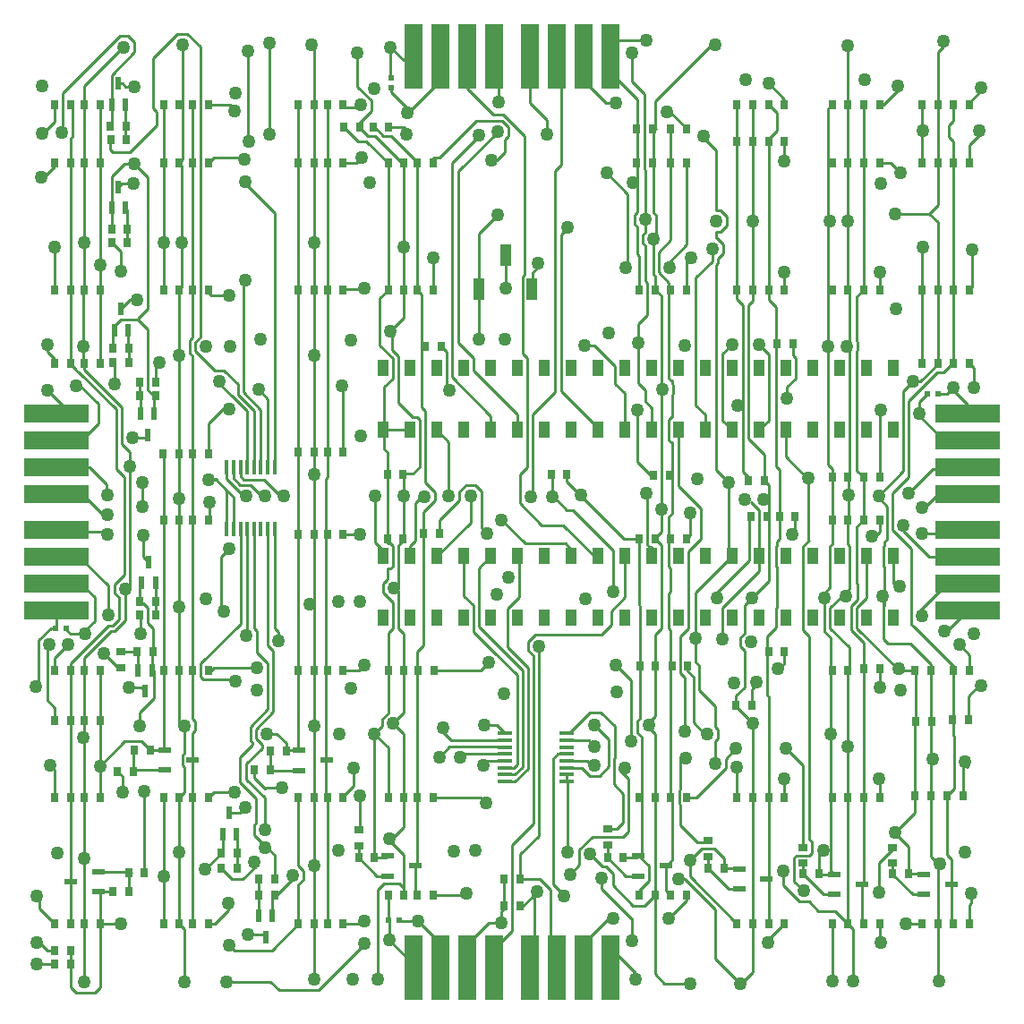
<source format=gbl>
G04 Layer_Physical_Order=4*
G04 Layer_Color=16711680*
%FSLAX24Y24*%
%MOIN*%
G70*
G01*
G75*
%ADD13C,0.0100*%
%ADD14C,0.0500*%
%ADD19R,0.0410X0.0630*%
%ADD20R,0.0276X0.0354*%
%ADD21R,0.0217X0.0453*%
%ADD22R,0.0453X0.0236*%
%ADD23R,0.0354X0.0276*%
%ADD24R,0.0700X0.2400*%
%ADD25R,0.2400X0.0700*%
%ADD26R,0.0394X0.0787*%
%ADD27R,0.0236X0.0197*%
%ADD28R,0.0140X0.0580*%
%ADD29R,0.0580X0.0140*%
%ADD30R,0.0197X0.0236*%
D13*
X33220Y23160D02*
X33507D01*
X32865Y22796D02*
X33229Y23160D01*
X33220D02*
X33229D01*
X33573Y22938D02*
X33900Y23266D01*
X33573Y22938D02*
X33573D01*
X33524Y22890D02*
X33573Y22938D01*
X33520Y22890D02*
X33524D01*
X33065Y22435D02*
X33520Y22890D01*
X23334Y17073D02*
Y19044D01*
X23310Y19010D02*
Y19020D01*
X23334Y19044D01*
X33507Y23160D02*
X34154Y23806D01*
Y23819D01*
X32865Y21321D02*
Y22796D01*
X33900Y23266D02*
Y23270D01*
X34122Y23492D01*
X33065Y21404D02*
Y22435D01*
X30855Y19635D02*
Y26575D01*
X31145Y24661D02*
Y26322D01*
Y24661D02*
X31160Y24646D01*
Y24314D02*
Y24646D01*
X31145Y24299D02*
X31160Y24314D01*
X30070Y33318D02*
X30217Y33465D01*
X30070Y20048D02*
X30217Y19901D01*
X30070Y24460D02*
Y33318D01*
Y20048D02*
Y24460D01*
X34154Y23819D02*
Y29100D01*
X34122Y23492D02*
X34353D01*
X28765Y24117D02*
Y24550D01*
Y24117D02*
X28855Y24027D01*
X27854Y26196D02*
X28130Y25920D01*
X28855Y23273D02*
Y24027D01*
X28530Y22948D02*
X28855Y23273D01*
X28530Y22520D02*
Y22948D01*
X27264Y26170D02*
Y26575D01*
X27100Y26006D02*
X27264Y26170D01*
X27100Y22456D02*
Y26006D01*
X26673Y26227D02*
X26900Y26000D01*
Y19790D02*
Y26000D01*
X27100Y22456D02*
X27110Y22446D01*
Y22114D02*
Y22446D01*
X27100Y22104D02*
X27110Y22114D01*
X27100Y21018D02*
Y22104D01*
Y21018D02*
X27695Y20423D01*
X27500Y24530D02*
X27855Y24175D01*
X27500Y24530D02*
Y24540D01*
X15855Y22840D02*
Y24260D01*
X15655Y24460D02*
X15855Y24260D01*
X15945Y18900D02*
Y20905D01*
X15500Y21350D02*
X15945Y20905D01*
X15080Y19396D02*
Y22055D01*
Y19396D02*
X15430Y19046D01*
X14945Y22190D02*
X15080Y22055D01*
X14945Y22190D02*
Y26394D01*
X14055Y22363D02*
X14603Y21815D01*
X14055Y22363D02*
Y24110D01*
X14603Y21815D02*
X14767D01*
X31988Y22038D02*
X32040Y22090D01*
X31988Y19587D02*
Y22038D01*
X23850Y21732D02*
Y23268D01*
X24250Y23066D02*
Y23185D01*
Y23066D02*
X24290Y23026D01*
Y22694D02*
Y23026D01*
X24250Y22654D02*
X24290Y22694D01*
X24250Y21815D02*
Y22654D01*
X17500Y21326D02*
Y21350D01*
X23000Y23090D02*
X23250Y22840D01*
Y22421D02*
Y22840D01*
Y22421D02*
X23500Y22171D01*
Y21350D02*
Y22171D01*
X24233Y21815D02*
X24250D01*
X24145Y21727D02*
X24233Y21815D01*
X24145Y20973D02*
Y21727D01*
Y20973D02*
X24233Y20885D01*
X24250D01*
X24145Y23273D02*
X24233Y23185D01*
X24250D01*
X16855Y23563D02*
Y24027D01*
Y23563D02*
X17233Y23185D01*
X17245D02*
X18500Y21930D01*
X17233Y23185D02*
X17245D01*
X18500Y21350D02*
Y21930D01*
X16055Y31305D02*
X17050Y32300D01*
X16055Y23325D02*
Y31305D01*
X16300Y30984D02*
X17750Y32434D01*
X16300Y24582D02*
Y30984D01*
Y24582D02*
X16855Y24027D01*
X17500Y21350D02*
Y21880D01*
X16055Y23325D02*
X17500Y21880D01*
X26900Y19790D02*
X27105Y19585D01*
Y19450D02*
Y19585D01*
X31145Y19839D02*
Y24299D01*
Y19839D02*
X31398Y19587D01*
X30807D02*
X30855Y19635D01*
X26145Y21705D02*
Y24185D01*
Y21705D02*
X26500Y21350D01*
X27695Y19450D02*
Y20423D01*
X27855Y21705D02*
Y24175D01*
X27500Y21350D02*
X27855Y21705D01*
X26145Y24185D02*
X26500Y24540D01*
X11417Y19587D02*
Y31299D01*
X10925Y19700D02*
Y24114D01*
Y7677D02*
Y19700D01*
X12008Y20537D02*
Y23000D01*
X10870Y24059D02*
X10925Y24114D01*
X25394Y32276D02*
X25900Y31770D01*
X1430Y17550D02*
X3260D01*
X22300Y8700D02*
X22640Y8360D01*
X20383Y4740D02*
X20800Y5157D01*
X25900Y29534D02*
Y31770D01*
Y29534D02*
X26052D01*
X26286Y29300D01*
Y28968D02*
Y29300D01*
X26052Y28734D02*
X26286Y28968D01*
X25900Y28734D02*
X26052D01*
X25900Y28500D02*
Y28734D01*
Y28500D02*
X25916D01*
X26150Y28266D01*
Y27934D02*
Y28266D01*
X25950Y27734D02*
X26150Y27934D01*
X25950Y27562D02*
Y27734D01*
X25900Y27512D02*
X25950Y27562D01*
X25900Y21147D02*
Y27512D01*
X25145Y22273D02*
Y27040D01*
X28130Y19988D02*
Y25920D01*
Y19988D02*
X28250Y19868D01*
X25500Y21350D02*
Y21918D01*
X22145Y23070D02*
Y23737D01*
X22500Y21350D02*
Y22715D01*
X22145Y23070D02*
X22500Y22715D01*
X23000Y23090D02*
Y24600D01*
X24500Y19260D02*
Y21350D01*
Y19260D02*
X25315Y18445D01*
Y17296D02*
Y18445D01*
X24855Y16837D02*
X25315Y17296D01*
X24855Y13973D02*
Y16837D01*
X24557Y13675D02*
X24855Y13973D01*
X24557Y12311D02*
Y13675D01*
Y12311D02*
X24730Y12138D01*
Y10140D02*
Y12138D01*
X24145Y16273D02*
Y18129D01*
Y16273D02*
X24213Y16205D01*
Y15338D02*
Y16205D01*
X23855Y13973D02*
Y17079D01*
X23301Y10360D02*
X23622Y10039D01*
X24575Y9140D02*
X24750D01*
X24575Y7976D02*
Y9140D01*
X24515Y7916D02*
X24575Y7976D01*
X24515Y7438D02*
Y7916D01*
Y7438D02*
X24570Y7383D01*
X25050Y10450D02*
X25480Y10020D01*
X25550D01*
X25850Y10286D02*
Y11056D01*
Y10286D02*
X25950Y10186D01*
Y9854D02*
Y10186D01*
X25850Y9754D02*
X25950Y9854D01*
X25850Y8940D02*
Y9754D01*
X25250Y11656D02*
X25850Y11056D01*
X25250Y11656D02*
Y12589D01*
X24803Y7677D02*
X25153D01*
X26250Y9107D02*
X26643Y9500D01*
X26250Y8774D02*
Y9107D01*
X25153Y7677D02*
X26250Y8774D01*
X25145Y22273D02*
X25500Y21918D01*
X23850Y21732D02*
X23855Y21727D01*
Y20973D02*
Y21727D01*
X23850Y20968D02*
X23855Y20973D01*
X23850Y18305D02*
Y20968D01*
Y24032D02*
Y26347D01*
Y24032D02*
X23855Y24027D01*
Y23273D02*
Y24027D01*
X23850Y23268D02*
X23855Y23273D01*
X23622Y26575D02*
X23850Y26347D01*
X23000Y25300D02*
X23319Y25619D01*
X21010Y24510D02*
X21372D01*
X22145Y23737D01*
X31145Y26322D02*
X31398Y26575D01*
X28500Y20350D02*
Y21350D01*
X14764Y26575D02*
X14945Y26394D01*
X22970Y20148D02*
X23468Y19650D01*
X22970Y20148D02*
Y22090D01*
X19055Y18995D02*
X19110Y18940D01*
X19890Y22750D02*
Y30994D01*
X19055Y21915D02*
X19890Y22750D01*
X19055Y18995D02*
Y21915D01*
X20145Y22785D02*
X21540Y21390D01*
X20145Y22785D02*
Y28645D01*
X18695Y24187D02*
Y27062D01*
Y24187D02*
X18855Y24027D01*
X18760Y27127D02*
Y32289D01*
X18695Y27062D02*
X18760Y27127D01*
X17949Y33100D02*
X18760Y32289D01*
X14767Y21815D02*
X14855Y21727D01*
Y19973D02*
Y21727D01*
X14272Y25532D02*
Y26575D01*
X13770Y25030D02*
X14272Y25532D01*
X13840Y24810D02*
X13860Y24830D01*
X13840Y24325D02*
Y24810D01*
Y24325D02*
X14055Y24110D01*
X13370Y26264D02*
X13681Y26575D01*
X13370Y24512D02*
X13855Y24027D01*
X13370Y24512D02*
Y26264D01*
X13855Y23273D02*
Y24027D01*
X13540Y21350D02*
Y22958D01*
Y20639D02*
Y21350D01*
X14500D01*
X13500D02*
X13540D01*
Y22958D02*
X13855Y23273D01*
X13540Y20639D02*
X13665Y20515D01*
Y17115D02*
Y20515D01*
X33580Y18470D02*
X33650D01*
X34152Y18972D01*
X23334Y17073D02*
X23422Y16985D01*
X23500D01*
Y16650D02*
Y16985D01*
X34152Y18972D02*
X35276D01*
X35203Y19900D02*
X35276Y19972D01*
X33950Y19900D02*
X35203D01*
X33050Y19000D02*
X33950Y19900D01*
X21990Y14610D02*
X22500Y15120D01*
X21990Y14108D02*
Y14610D01*
X21622Y13740D02*
X21990Y14108D01*
X19283Y13283D02*
X19300Y13300D01*
X19170Y13740D02*
X21622D01*
X18900Y13470D02*
X19170Y13740D01*
X18900Y13134D02*
X19083Y12951D01*
X18900Y13134D02*
Y13470D01*
X22500Y15120D02*
Y16650D01*
X18310Y2684D02*
Y5908D01*
X19083Y6681D01*
X17642Y2016D02*
X18310Y2684D01*
X17420Y2990D02*
X17890D01*
Y3444D01*
X18050Y3604D01*
X17642Y1339D02*
Y2016D01*
X18012Y3642D02*
X18050Y3604D01*
X16642Y2212D02*
X17420Y2990D01*
X16642Y1339D02*
Y2212D01*
X1870Y4724D02*
Y12659D01*
X30315Y3445D02*
X30807Y2953D01*
X31010Y2750D01*
X30805Y2953D02*
X30805Y2953D01*
X30807D01*
X31010Y860D02*
Y2750D01*
X30217Y886D02*
Y2953D01*
X30217Y2953D01*
X34154Y2953D02*
Y5020D01*
Y876D02*
Y2953D01*
X34154Y2953D01*
X34154Y876D02*
X34210Y820D01*
X30805Y2953D02*
X30807D01*
X30807Y2953D01*
X28413Y2984D02*
X28445Y3016D01*
X27864Y4714D02*
Y10682D01*
Y2962D02*
Y4714D01*
X27776Y4626D02*
Y4626D01*
X27864Y4714D01*
X27854Y2953D02*
X27864Y2962D01*
X31988Y2322D02*
Y2953D01*
Y2322D02*
X32030Y2280D01*
X33071Y4823D02*
Y5829D01*
X31398Y4429D02*
Y7677D01*
X32580Y6320D02*
X33071Y5829D01*
X32512Y4768D02*
X33225Y4055D01*
X32512Y4768D02*
Y4855D01*
X31319Y3032D02*
Y4429D01*
Y3032D02*
X31398Y2953D01*
X27264Y1164D02*
Y7677D01*
X23965Y740D02*
X24920D01*
X26950Y850D02*
X27264Y1164D01*
X26680Y850D02*
X26950D01*
X25870Y1660D02*
X26680Y850D01*
X25870Y1660D02*
Y3496D01*
X24920Y4729D02*
X26673Y2975D01*
Y2953D02*
Y2975D01*
X24920Y4729D02*
Y5330D01*
X24740Y4626D02*
X25870Y3496D01*
X24508Y4626D02*
X24740D01*
X13855Y13973D02*
Y14919D01*
X13490Y15284D02*
X13855Y14919D01*
X13490Y15284D02*
Y15616D01*
X14272Y12402D02*
Y13768D01*
X14060Y13980D02*
X14272Y13768D01*
X14060Y13980D02*
Y15365D01*
X13681Y12402D02*
Y13799D01*
X13855Y13973D01*
X17142Y12402D02*
X17440Y12700D01*
X15395Y12402D02*
X17142D01*
X12598D02*
X12795Y12598D01*
X12008Y12402D02*
X12598D01*
X2960Y27510D02*
Y31292D01*
X2953Y31299D02*
X2960Y31292D01*
Y26582D02*
Y27510D01*
X2953Y26575D02*
X2960Y26582D01*
X2953Y31299D02*
X2953Y31299D01*
X5315Y31299D02*
Y33465D01*
Y28346D02*
Y31299D01*
X8350Y30528D02*
Y30590D01*
Y30528D02*
X9463Y29415D01*
X24060Y33210D02*
X24128D01*
X24150Y33232D01*
X24803Y32579D01*
X13790Y33920D02*
X14390Y33320D01*
Y33256D02*
X14456Y33190D01*
X14390Y33160D02*
Y33320D01*
Y33160D02*
Y33256D01*
X14370Y32350D02*
Y32530D01*
X14271Y32629D02*
X14370Y32530D01*
X14456Y33190D02*
X15642Y34376D01*
X12620Y6468D02*
Y7740D01*
X3346Y31784D02*
Y32185D01*
X15630Y9239D02*
X15650Y9220D01*
X8433Y13633D02*
Y17649D01*
X3051Y18996D02*
X3200Y19145D01*
X6690Y24806D02*
Y35616D01*
X4928Y35208D02*
X5820Y36100D01*
X5900Y31294D02*
X6040Y31434D01*
X6206Y36100D02*
X6690Y35616D01*
X5820Y36100D02*
X6206D01*
X6040Y31434D02*
Y35700D01*
X10820Y35637D02*
X10925Y35532D01*
X23622Y33600D02*
X25732Y35710D01*
X25880D01*
X22164Y35880D02*
X23300D01*
X22130Y35846D02*
X22164Y35880D01*
X31420Y34274D02*
Y34400D01*
X31410Y34264D02*
X31420Y34274D01*
X22709Y35461D02*
X22760Y35410D01*
X21990Y34620D02*
Y35210D01*
X22950Y31378D02*
Y33660D01*
X21990Y34620D02*
X22950Y33660D01*
X22760Y34329D02*
X23234Y33854D01*
X22760Y34329D02*
Y35410D01*
X23234Y31060D02*
Y33854D01*
X22130Y35514D02*
Y35846D01*
X21808Y33540D02*
X22160D01*
X12540Y34136D02*
Y35400D01*
X8450Y32150D02*
Y35450D01*
X4239Y35419D02*
Y35796D01*
X3383Y34563D02*
X4239Y35419D01*
X4004Y36030D02*
X4239Y35796D01*
X22468Y17312D02*
X23031D01*
X20345Y19435D02*
X22468Y17312D01*
X20345Y19435D02*
Y19700D01*
X20360Y28860D02*
Y28890D01*
X33563Y31299D02*
Y33465D01*
X3860Y31260D02*
X4240D01*
X3383Y30783D02*
X3860Y31260D01*
X3383Y29628D02*
Y30783D01*
X4731Y25861D02*
Y30769D01*
X4240Y31260D02*
X4731Y30769D01*
X3386Y28839D02*
Y29800D01*
X3383Y29628D02*
X3386Y29626D01*
X3748Y30520D02*
X4210D01*
X3740Y30512D02*
X3748Y30520D01*
X3440Y31690D02*
X4050D01*
X3346Y31784D02*
X3440Y31690D01*
X4050D02*
X5050Y32690D01*
Y33202D01*
X2953Y31299D02*
Y33465D01*
X2953Y33465D01*
X4353Y25470D02*
X4724Y25098D01*
Y22854D02*
Y25098D01*
X32480Y18996D02*
X33070Y19586D01*
X32480Y17641D02*
X33180Y16941D01*
X32880Y17604D02*
X33843Y16642D01*
X32480Y17641D02*
Y18996D01*
X32880Y17604D02*
Y17810D01*
X32280Y17300D02*
Y18490D01*
X19720Y1591D02*
Y4246D01*
X19340Y4626D02*
X19720Y4246D01*
X18602Y4626D02*
X19340D01*
X18602Y5552D02*
X19283Y6233D01*
X18602Y4626D02*
Y5552D01*
X19820Y4429D02*
X20220Y4029D01*
Y4000D02*
Y4029D01*
X19820Y4429D02*
Y9104D01*
X20000Y9284D01*
X21900Y8830D02*
Y9830D01*
X20343Y8774D02*
X20891D01*
X21550Y8480D02*
X21900Y8830D01*
X21184Y8480D02*
X21550D01*
X20891Y8774D02*
X21184Y8480D01*
X22100Y8150D02*
Y9116D01*
Y8150D02*
X22440Y7810D01*
X22300Y8700D02*
X22350Y8750D01*
X22640Y6400D02*
Y8360D01*
X20418Y10054D02*
X21204Y10840D01*
X20343Y10054D02*
X20418D01*
X21156Y9794D02*
X21370Y9580D01*
X21350Y10380D02*
X21900Y9830D01*
X22350Y8750D02*
X22500D01*
X22100Y9116D02*
X22130Y9146D01*
X20343Y9794D02*
X21156D01*
X21606Y10840D02*
X22130Y10316D01*
X21204Y10840D02*
X21606D01*
X22130Y9146D02*
Y10316D01*
X20343Y8254D02*
X20350Y8246D01*
Y5640D02*
Y8246D01*
X21106Y9024D02*
X21250Y8880D01*
X20343Y9024D02*
X21106D01*
X28400Y4384D02*
Y4940D01*
X34652Y4443D02*
Y5364D01*
X33900Y5470D02*
X34240Y5130D01*
X34494Y5522D02*
X34652Y5364D01*
X34494Y5522D02*
Y7727D01*
X34240Y5130D02*
Y5210D01*
Y5106D02*
Y5210D01*
X34154Y5020D02*
X34240Y5106D01*
X27500Y16094D02*
Y16650D01*
X26145Y14739D02*
X27500Y16094D01*
X26145Y13555D02*
Y14739D01*
X25860Y15090D02*
X25930D01*
X25800Y15150D02*
X25860Y15090D01*
X30150Y4948D02*
Y13620D01*
X29940Y13830D02*
X30150Y13620D01*
X29940Y13830D02*
Y15110D01*
X30145Y13973D02*
Y14727D01*
Y13973D02*
X30855Y13263D01*
X30145Y14727D02*
X30855Y15437D01*
X31710Y17410D02*
X31750D01*
X31760Y17420D01*
X31800Y17380D01*
X28445Y26575D02*
Y27220D01*
X28420Y31370D02*
Y32062D01*
X28445Y32087D01*
X27854Y27054D02*
X27860Y27060D01*
X31988Y33460D02*
X32137D01*
X27264Y29134D02*
Y32087D01*
X26673Y26575D02*
Y33465D01*
X5020Y23720D02*
X5170Y23870D01*
X8700Y5250D02*
Y5286D01*
Y5158D02*
Y5250D01*
X9100Y5800D02*
X9170D01*
X9100D02*
Y5816D01*
X8413Y8338D02*
X9090Y7661D01*
Y6480D02*
Y7661D01*
X8690Y6274D02*
X9124Y5840D01*
X8690Y6274D02*
Y6646D01*
X8766Y6722D02*
Y7646D01*
X8690Y6646D02*
X8766Y6722D01*
X2567Y19972D02*
X3200Y19339D01*
Y19145D02*
Y19339D01*
X3050Y18210D02*
X3230D01*
X1339Y17642D02*
X1430Y17550D01*
X3230Y17450D02*
Y17520D01*
X3260Y17550D01*
X9200Y13334D02*
X9410Y13124D01*
X8750Y10206D02*
X9410Y10866D01*
X8550Y10289D02*
X9210Y10949D01*
X7193Y12500D02*
X8800D01*
X8810Y12510D01*
X9210Y10949D02*
Y12676D01*
X9410Y10866D02*
Y13124D01*
X8800Y13070D02*
X8960Y12910D01*
X8976D01*
X9210Y12676D01*
X8800Y13070D02*
Y13866D01*
X16500Y15170D02*
Y16650D01*
X15500D02*
X16750Y17900D01*
X26650Y7700D02*
Y8810D01*
X34570Y32700D02*
X34744Y32874D01*
X34570Y32270D02*
Y32700D01*
Y32270D02*
X34744Y32096D01*
X34744Y32874D02*
Y33465D01*
X34744Y26575D02*
Y32096D01*
X21360Y16650D02*
X21500D01*
X20210Y17800D02*
X21360Y16650D01*
X19410Y17800D02*
X20210D01*
X22080Y15320D02*
Y16860D01*
X20560Y18380D02*
X22080Y16860D01*
X20342Y18380D02*
X20560D01*
X19852Y18870D02*
X20342Y18380D01*
X18590Y18620D02*
X19410Y17800D01*
X18590Y18620D02*
Y19708D01*
X19800Y18870D02*
Y19655D01*
Y18870D02*
X19852D01*
X15005Y17500D02*
Y18289D01*
X14689Y18639D02*
X14930Y18880D01*
X31145Y17759D02*
X31398Y18012D01*
X31145Y15646D02*
Y17759D01*
X28145Y13995D02*
Y14727D01*
X27810Y13660D02*
X28145Y13995D01*
X27810Y11480D02*
Y13660D01*
X26950Y13756D02*
Y14830D01*
X26810Y13616D02*
X26950Y13756D01*
X26810Y13284D02*
Y13616D01*
Y13284D02*
X26950Y13144D01*
Y11774D02*
Y13144D01*
Y14830D02*
X27220Y15100D01*
X31988Y11782D02*
Y12450D01*
Y11782D02*
X31990Y11780D01*
X28430Y7692D02*
Y8350D01*
Y7692D02*
X28445Y7677D01*
X31988Y7677D02*
Y8342D01*
X31980Y8350D02*
X31988Y8342D01*
X31980Y8221D02*
Y8350D01*
Y8221D02*
X31988Y8212D01*
X13740Y6120D02*
X13830D01*
X14272Y6562D01*
X13740Y6050D02*
Y6120D01*
Y6050D02*
X14272Y5518D01*
X30820Y18930D02*
Y19574D01*
Y18025D02*
Y18930D01*
X3102Y13040D02*
X3642Y12500D01*
X3363Y13868D02*
X3497D01*
X2362Y7677D02*
Y12868D01*
X3280Y14068D02*
X3414D01*
X2362Y12868D02*
X3363Y13868D01*
X1870Y12659D02*
X3280Y14068D01*
X1847Y13760D02*
X2400D01*
X2362Y23585D02*
X3750Y22197D01*
Y20832D02*
Y22197D01*
X2172Y23492D02*
X3550Y22114D01*
Y19890D02*
Y22114D01*
X5315Y9488D02*
Y12402D01*
Y9488D02*
X5374Y9429D01*
X5315Y12402D02*
X5315Y12402D01*
X5315Y12402D02*
Y12402D01*
X3602Y8642D02*
X3790Y8454D01*
Y7880D02*
Y8454D01*
X4603Y5292D02*
Y7897D01*
X4590Y7910D02*
X4603Y7897D01*
X9114Y8020D02*
X9720D01*
X9104Y8010D02*
X9114Y8020D01*
X24928Y5330D02*
X25361Y5763D01*
X24920Y5330D02*
X24928D01*
X25927Y5667D02*
X26181Y5413D01*
X25927Y5667D02*
Y5675D01*
X25839Y5763D02*
X25927Y5675D01*
X25361Y5763D02*
X25839D01*
X4460Y13760D02*
Y14438D01*
X4429Y14469D02*
X4460Y14438D01*
X29280Y19570D02*
X29330D01*
Y17252D02*
Y19570D01*
Y17252D02*
X29350Y17232D01*
X17726Y10370D02*
X18043Y10054D01*
X17260Y10370D02*
X17726D01*
X9535Y4035D02*
X10130Y4630D01*
X10341Y5125D02*
Y7671D01*
X10130Y4630D02*
Y4770D01*
X10335Y7677D02*
X10341Y7671D01*
X3550Y19890D02*
X3850Y19590D01*
X3750Y20832D02*
X4060Y20522D01*
X4150Y21070D02*
X4619D01*
X4626Y21063D01*
X1114Y13950D02*
X1303D01*
X1339Y13985D02*
Y14642D01*
X1339Y14642D02*
X1339Y14642D01*
X1303Y13950D02*
X1339Y13985D01*
X680Y13516D02*
X1114Y13950D01*
X680Y11940D02*
Y13516D01*
X550Y11810D02*
X680Y11940D01*
X1280Y12880D02*
X1760Y13360D01*
X1280Y12402D02*
Y12880D01*
X992Y11284D02*
Y13342D01*
X1280Y10532D02*
Y10996D01*
X992Y11284D02*
X1280Y10996D01*
X1000Y13350D02*
X1080D01*
X992Y13342D02*
X1000Y13350D01*
X1677Y13930D02*
X1847Y13760D01*
X17790Y34940D02*
X17815Y34965D01*
X17790Y33570D02*
Y34940D01*
X33070Y19586D02*
Y21399D01*
X33843Y16642D02*
X35138D01*
X34996Y17500D02*
X35138Y17642D01*
X35276D02*
X35276Y17642D01*
X35138Y17642D02*
X35276D01*
X33550Y17500D02*
X34996D01*
X31950Y18820D02*
X32280Y18490D01*
X32150Y17170D02*
X32280Y17300D01*
X33180Y14090D02*
Y16941D01*
X22244Y1795D02*
X22900Y1139D01*
Y910D02*
Y1139D01*
X20800Y5157D02*
Y5716D01*
X19720Y1591D02*
X19972Y1339D01*
X19131Y1497D02*
Y4170D01*
X18972Y1339D02*
X19131Y1497D01*
Y4170D02*
X19230D01*
X14087Y3100D02*
X14116Y3071D01*
X14803D01*
X13681Y4035D02*
X13693Y4023D01*
Y3100D02*
Y4023D01*
Y3100D02*
X13720Y3073D01*
Y2350D02*
Y3073D01*
X13661Y4016D02*
X13681Y4035D01*
X13720Y2350D02*
X14642Y1428D01*
Y1339D02*
Y1428D01*
X13287Y984D02*
Y4232D01*
X15354Y26575D02*
Y27754D01*
X15380Y27780D01*
X28250Y12470D02*
X28445Y12665D01*
X28210Y12470D02*
X28250D01*
X27810Y11480D02*
X27854Y11436D01*
X3898Y32224D02*
Y33465D01*
Y32224D02*
X3937Y32185D01*
X5020Y23130D02*
Y23720D01*
X14609Y19726D02*
X14855Y19973D01*
X14272Y19726D02*
X14609D01*
X14272Y18900D02*
Y19726D01*
X33313Y7113D02*
Y7727D01*
X23234Y31060D02*
X23250Y31044D01*
X22950Y29466D02*
Y31200D01*
X22850Y29366D02*
X22950Y29466D01*
X23622Y32579D02*
Y33600D01*
Y32579D02*
X23650Y32551D01*
X23250Y29200D02*
Y31044D01*
X35085Y8925D02*
X35150Y8990D01*
X35085Y7727D02*
Y8925D01*
X35150Y8909D02*
X35250Y8809D01*
X28150Y32500D02*
Y33169D01*
X27860Y32210D02*
X28150Y32500D01*
X27860Y27060D02*
Y32210D01*
X4928Y33325D02*
Y35208D01*
Y33325D02*
X5050Y33202D01*
X14764Y13091D02*
X15005Y13331D01*
Y17500D01*
X15595D02*
Y17985D01*
X14689Y17217D02*
Y18639D01*
X14500Y17028D02*
X14689Y17217D01*
X14500Y16650D02*
Y17028D01*
X16345Y19061D02*
X16584Y19300D01*
X16345Y18734D02*
Y19061D01*
X15595Y17985D02*
X16345Y18734D01*
X16750Y17900D02*
Y18900D01*
X17150Y17740D02*
Y19066D01*
X16916Y19300D02*
X17150Y19066D01*
X14764Y5197D02*
Y7677D01*
X14685Y5118D02*
X14764Y5197D01*
Y7677D02*
Y13091D01*
X14685Y4114D02*
Y5118D01*
X14272Y17242D02*
Y18680D01*
X14080Y17050D02*
X14272Y17242D01*
X14080Y15450D02*
Y17050D01*
X13200Y17150D02*
X13500Y16850D01*
Y16650D02*
Y16850D01*
X23000Y24600D02*
Y25300D01*
X27854Y26196D02*
Y26575D01*
Y27054D01*
X25145Y12694D02*
Y13600D01*
X25050Y10450D02*
Y12150D01*
X24845Y12355D02*
X25050Y12150D01*
X24845Y12355D02*
Y12550D01*
X30855Y15437D02*
Y17027D01*
X30792Y17090D02*
Y17997D01*
Y17090D02*
X30855Y17027D01*
X30792Y17997D02*
X30807Y18012D01*
X35335Y12402D02*
Y12965D01*
X18785Y17115D02*
X20285D01*
X23750Y27969D02*
X24213Y28431D01*
X23750Y27234D02*
Y27969D01*
X24213Y28431D02*
Y32579D01*
X35700Y32500D02*
X35773D01*
X35827Y32447D01*
X9301Y800D02*
X9615Y486D01*
X7650Y800D02*
X9301D01*
X8465Y2559D02*
X9016D01*
X9615Y486D02*
X11091D01*
X9016Y2559D02*
X9114Y2461D01*
X7776Y2165D02*
X7972Y1969D01*
X6988Y2953D02*
X7229D01*
X6102Y689D02*
Y2756D01*
X7972Y1969D02*
X9350D01*
X10335Y2953D01*
X14764Y26575D02*
Y31299D01*
X17520Y31398D02*
X17728D01*
X25750Y27645D02*
Y28100D01*
X23038Y27492D02*
Y27823D01*
X23030Y27484D02*
X23038Y27492D01*
X23030Y26575D02*
Y27484D01*
X23550Y28334D02*
X23683Y28467D01*
X23750Y27234D02*
X24145Y26839D01*
Y23273D02*
Y26839D01*
X23550Y27151D02*
Y28334D01*
Y27151D02*
X23622Y27079D01*
Y26575D02*
Y27079D01*
X24150Y27400D02*
Y27600D01*
X24803Y28253D01*
X23250Y26883D02*
X23319Y26814D01*
Y25619D02*
Y26814D01*
X22850Y29034D02*
Y29366D01*
X23468Y19650D02*
X23560D01*
X24250Y18234D02*
Y20885D01*
X24145Y18129D02*
X24250Y18234D01*
X23850Y18305D02*
Y18400D01*
X26673Y26575D02*
X26673Y26575D01*
Y26227D02*
Y26575D01*
X23850Y17568D02*
Y18305D01*
X23622Y17340D02*
X23850Y17568D01*
X23622Y17312D02*
Y17340D01*
Y17312D02*
X23855Y17079D01*
X23622Y12402D02*
Y13740D01*
X23630Y10710D02*
Y12402D01*
X23390Y10470D02*
X23630Y10710D01*
X23622Y13740D02*
X23855Y13973D01*
X23031Y14833D02*
Y17312D01*
Y14833D02*
X23055Y14810D01*
Y10591D02*
Y14810D01*
X21972Y34605D02*
Y35012D01*
X23031Y26575D02*
X23086Y26521D01*
X25894Y19856D02*
X26350Y19400D01*
X25894Y19856D02*
Y21140D01*
X24213Y32579D02*
X24213Y32579D01*
X25145Y27040D02*
X25750Y27645D01*
X24803Y26575D02*
Y27603D01*
X24950Y27750D01*
X24803Y28253D02*
Y31299D01*
X14250Y28150D02*
Y31214D01*
X14272Y31236D01*
X14250Y26596D02*
Y28150D01*
Y26596D02*
X14272Y26575D01*
X28807Y4543D02*
Y5416D01*
Y4543D02*
X29150Y4200D01*
X28984Y3800D02*
X29347D01*
X29702Y3445D01*
X28400Y4384D02*
X28984Y3800D01*
X35400Y3729D02*
Y4100D01*
X5315Y4724D02*
Y7677D01*
Y4724D02*
Y6315D01*
X28807Y5416D02*
X28895Y5504D01*
X29358D01*
X29461Y5607D01*
Y6007D01*
X29350Y6118D02*
X29461Y6007D01*
X29350Y6118D02*
Y13680D01*
X29145Y13885D02*
X29350Y13680D01*
X29145Y13885D02*
Y17027D01*
X29350Y17232D01*
X29702Y3445D02*
X30315D01*
X29134Y5807D02*
Y8866D01*
X30150Y4948D02*
X30295Y4803D01*
X30807Y2953D02*
Y7677D01*
X31970Y4140D02*
Y5233D01*
X32153Y5416D01*
X28500Y9500D02*
X29134Y8866D01*
X30807Y7677D02*
Y12402D01*
X31398Y7677D02*
Y13437D01*
X30855Y12402D02*
Y13263D01*
X30945Y13890D02*
X31398Y13437D01*
X33313Y7727D02*
Y10500D01*
X34744Y9972D02*
Y12402D01*
Y9972D02*
X34750Y9966D01*
Y7983D02*
Y9966D01*
X21650Y5100D02*
X21796D01*
X21200Y5550D02*
X21650Y5100D01*
X21284Y6200D02*
X22440D01*
X20800Y5716D02*
X21284Y6200D01*
X6850Y4981D02*
Y5000D01*
Y4981D02*
X6850Y4980D01*
X7520Y5650D01*
X10925Y2953D02*
Y5118D01*
Y7677D01*
X11417Y2953D02*
Y7677D01*
X30217Y17099D02*
Y19901D01*
X31398Y18012D02*
Y19587D01*
X28500Y20350D02*
X29280Y19570D01*
X19755Y19700D02*
X19800Y19655D01*
X20500Y16650D02*
Y16900D01*
X20285Y17115D02*
X20500Y16900D01*
X14272Y18680D02*
Y18900D01*
X14272Y18680D02*
Y18900D01*
X25145Y12694D02*
X25250Y12589D01*
X24140Y13978D02*
Y15266D01*
X27854Y33465D02*
X28150Y33169D01*
X27720Y19475D02*
X27795Y19400D01*
X24570Y6634D02*
Y7383D01*
Y6634D02*
X25200Y6004D01*
X24140Y15266D02*
X24213Y15338D01*
Y7677D02*
Y13905D01*
X24140Y13978D02*
X24213Y13905D01*
Y7677D02*
X24250D01*
Y5333D02*
Y7677D01*
X24035Y5118D02*
X24250Y5333D01*
X23622Y4032D02*
Y7677D01*
X23232Y3642D02*
X23622Y4032D01*
X24803Y3839D02*
Y4035D01*
X24114Y3150D02*
X24803Y3839D01*
X30145Y17027D02*
X30217Y17099D01*
X27264Y26575D02*
Y29134D01*
X32500Y15650D02*
Y16650D01*
X32145Y13555D02*
Y15005D01*
Y13555D02*
X32300Y13400D01*
X31500Y15082D02*
Y16650D01*
X31145Y13973D02*
X32668Y12450D01*
X32700D01*
X32150Y17032D02*
Y17170D01*
X32145Y17027D02*
X32150Y17032D01*
X32145Y16273D02*
Y17027D01*
X32700Y12450D02*
X32750Y12400D01*
X33305D01*
X33326Y12379D01*
Y10513D02*
Y12379D01*
X32145Y16273D02*
X32150Y16268D01*
Y14800D02*
Y16268D01*
X32300Y13400D02*
X33130D01*
X31145Y15646D02*
X31150Y15641D01*
X33130Y13400D02*
X33900Y12630D01*
X28150Y14732D02*
Y16268D01*
X28145Y14727D02*
X28150Y14732D01*
X28145Y16273D02*
X28150Y16268D01*
X26350Y16800D02*
X26500Y16650D01*
X35335Y3663D02*
X35400Y3729D01*
X35335Y2953D02*
Y3663D01*
X34484Y13850D02*
X35276Y14642D01*
X34400Y13850D02*
X34484D01*
X35335Y10531D02*
Y10550D01*
X35295D02*
Y11445D01*
X34652Y4443D02*
X34665Y4429D01*
Y3031D02*
Y4429D01*
X34665Y4429D01*
X34494Y7727D02*
X34750Y7983D01*
X33900Y5470D02*
Y12630D01*
X33313Y10500D02*
X33326Y10513D01*
X34513Y15642D02*
X35138D01*
X33480Y14608D02*
X34513Y15642D01*
X22720Y9750D02*
Y12020D01*
X26650Y7700D02*
X26673Y7677D01*
X23120Y5600D02*
Y9916D01*
X23390Y10360D02*
Y10470D01*
X23301Y10360D02*
X23390D01*
X22150Y12590D02*
X22720Y12020D01*
X23012Y5492D02*
X23120Y5600D01*
X18043Y8514D02*
X18388D01*
X18043Y8254D02*
X18411D01*
X18120Y13249D02*
X18883Y12486D01*
X17055Y14031D02*
X18683Y12403D01*
X17606Y13100D02*
X18483Y12223D01*
X27220Y15100D02*
X27855Y15735D01*
X18550Y15132D02*
Y16600D01*
X20343Y8254D02*
Y8514D01*
X21796Y5100D02*
X22054Y4842D01*
X21630Y4256D02*
X22716Y3170D01*
X21630Y4256D02*
Y4700D01*
X22440Y6736D02*
Y7810D01*
X27215Y11681D02*
X27450Y11916D01*
X27215Y11090D02*
Y11681D01*
X17589Y33100D02*
X17949D01*
X16642Y34047D02*
X17589Y33100D01*
X17750Y32434D02*
Y32450D01*
X12540Y32710D02*
X12622Y32629D01*
X13206Y32302D02*
X14272Y31236D01*
X16642Y34047D02*
Y35138D01*
X15600Y31500D02*
X16950Y32850D01*
X20115Y31219D02*
Y34995D01*
X12914Y32302D02*
X13206D01*
X15354Y31500D02*
X15600D01*
X12879Y32102D02*
X13681Y31299D01*
X12558Y32102D02*
X12879D01*
X12622Y32594D02*
X12914Y32302D01*
X12031Y32629D02*
X12558Y32102D01*
X13704Y32629D02*
X14271D01*
X13114D02*
Y32692D01*
X13504Y32302D01*
X14272Y31236D02*
Y31299D01*
X13504Y32302D02*
X13796D01*
X14764Y31334D01*
Y31299D02*
Y31334D01*
X14272Y31299D02*
Y31299D01*
Y31299D02*
X14272D01*
X12622Y32594D02*
Y32629D01*
X9250Y32350D02*
Y35750D01*
X8450Y32150D02*
X8500Y32100D01*
X6988Y33465D02*
X7785D01*
X1280Y31180D02*
Y31299D01*
X878Y30778D02*
X1280Y31180D01*
X815Y30850D02*
X842D01*
X1280Y32830D02*
Y33465D01*
X737Y32287D02*
X1280Y32830D01*
X12500Y31299D02*
X12697Y31496D01*
X12008Y31299D02*
X12500D01*
X10925Y24114D02*
Y26575D01*
X10335Y9452D02*
Y33465D01*
X6398Y28518D02*
Y33465D01*
X6004Y28346D02*
Y31190D01*
X9463Y19949D02*
Y29415D01*
X5900Y31294D02*
X6004Y31190D01*
X7186Y31496D02*
X8169D01*
X6989Y31299D02*
X7186Y31496D01*
X11417Y31299D02*
Y33465D01*
Y31299D02*
X11417Y31299D01*
X10925Y28248D02*
Y35532D01*
X10925Y26575D02*
Y28346D01*
X19610Y32370D02*
Y32885D01*
X18972Y33522D02*
Y35138D01*
Y33522D02*
X19610Y32885D01*
X17900Y18000D02*
X18785Y17115D01*
X18120Y13249D02*
Y14702D01*
X17055Y14031D02*
Y16205D01*
X18120Y14702D02*
X18550Y15132D01*
X16500Y15170D02*
X16855Y14815D01*
Y13845D02*
Y14815D01*
Y13845D02*
X17600Y13100D01*
X17606D01*
X17150Y17740D02*
X17380Y17510D01*
X16584Y19300D02*
X16916D01*
X16484Y9284D02*
X18043D01*
X17422Y9554D02*
X18023D01*
X17419Y9550D02*
X17422Y9554D01*
X16523Y9550D02*
X17419D01*
X15730Y10250D02*
Y10451D01*
Y10088D02*
Y10250D01*
X9666Y18900D02*
X9800D01*
X13200Y17150D02*
Y18900D01*
X8972D02*
X9100D01*
X9056Y19509D02*
X9666Y18900D01*
X8183Y19617D02*
Y19949D01*
Y19617D02*
X8291Y19509D01*
X9056D01*
X7923Y19549D02*
Y19949D01*
Y19549D02*
X8163Y19309D01*
X8289Y18900D02*
X8400D01*
X7663Y19526D02*
X8289Y18900D01*
X8163Y19309D02*
X8563D01*
X8972Y18900D01*
X7663Y19526D02*
Y19949D01*
X12008Y17462D02*
X12638D01*
X10925Y24114D02*
X10925Y24114D01*
X11373Y7721D02*
Y19543D01*
Y7721D02*
X11417Y7677D01*
X11373Y19543D02*
X11417Y19587D01*
X8693Y13973D02*
X8800Y13866D01*
X8693Y13973D02*
Y17649D01*
X8400Y13666D02*
Y13700D01*
Y13666D02*
X8433Y13633D01*
X8183Y14133D02*
Y17649D01*
X6700Y12650D02*
X8183Y14133D01*
X6700Y12162D02*
Y12650D01*
X6388Y18002D02*
X6404Y18018D01*
X6388Y12411D02*
X6398Y12402D01*
X6388Y12411D02*
Y18002D01*
X7480Y14670D02*
Y16634D01*
X5890Y14779D02*
Y14780D01*
Y14779D02*
X5906Y14764D01*
X6700Y12162D02*
X6788Y12074D01*
X7926D01*
X8000Y12000D01*
X7095Y12402D02*
X7193Y12500D01*
X6988Y12402D02*
X7095D01*
X6398Y10605D02*
Y12402D01*
Y10605D02*
X6502Y10500D01*
X7480Y16634D02*
X7776Y16929D01*
X7480Y14670D02*
X7560Y14590D01*
X5906Y12402D02*
Y14764D01*
X5906Y12402D02*
X5906D01*
X5906Y10433D02*
Y12402D01*
Y10433D02*
X6004Y10335D01*
X9200Y13334D02*
Y13666D01*
X9600Y13500D02*
Y13816D01*
X6502Y10169D02*
Y10500D01*
X6398Y10064D02*
X6502Y10169D01*
X6398Y2953D02*
Y10064D01*
X8550Y9791D02*
Y10289D01*
Y9791D02*
X8633Y9708D01*
Y9617D02*
Y9708D01*
X8750Y9874D02*
Y10206D01*
Y9874D02*
X9004Y9621D01*
X8169Y9154D02*
X8633Y9617D01*
X9200Y13666D02*
X9203Y13669D01*
X9463Y13953D02*
X9600Y13816D01*
X9004Y9511D02*
Y9621D01*
X8413Y8920D02*
X9004Y9511D01*
X9463Y13953D02*
Y17649D01*
X7890Y22597D02*
X8433Y22054D01*
X8693Y19949D02*
Y22077D01*
X8090Y22680D02*
X8693Y22077D01*
X8943Y19949D02*
Y22110D01*
X8290Y22763D02*
X8943Y22110D01*
X9203Y19949D02*
Y22507D01*
X8860Y22850D02*
X9203Y22507D01*
X8090Y22680D02*
Y23066D01*
X7576Y23580D02*
X8090Y23066D01*
X7410Y23080D02*
Y23180D01*
Y23080D02*
X7890Y22600D01*
X6988Y20450D02*
Y21600D01*
X8290Y22763D02*
Y26946D01*
X7663Y19109D02*
X7923Y18849D01*
Y17649D02*
Y18849D01*
X7663Y17649D02*
Y19109D01*
X5305Y20480D02*
X5315Y20470D01*
Y12402D02*
Y20470D01*
X13890Y15450D02*
X14080D01*
X27264Y7677D02*
Y10433D01*
X26654Y11043D02*
X27264Y10433D01*
X27854Y10691D02*
Y11436D01*
Y10691D02*
X27864Y10682D01*
X26654Y11043D02*
Y11090D01*
X30807Y19587D02*
X30820Y19574D01*
X30807Y18012D02*
X30820Y18025D01*
X1870Y26575D02*
Y32214D01*
X1567Y32477D02*
Y33904D01*
X1530Y32440D02*
X1567Y32477D01*
X1930Y32274D02*
Y33405D01*
X1870Y33465D02*
X1930Y33405D01*
X1870Y32214D02*
X1930Y32274D01*
X30807Y26575D02*
X30855D01*
X33399Y21949D02*
X33465D01*
Y22401D01*
X14272Y18680D02*
X14272Y18680D01*
X31398Y26575D02*
Y30517D01*
X31390Y30524D02*
Y33457D01*
Y30524D02*
X31398Y30517D01*
X31390Y33457D02*
X31398Y33465D01*
X32153Y5416D02*
X32241Y5504D01*
X32153Y5416D02*
Y5416D01*
X30807Y29134D02*
Y35630D01*
X35335Y31299D02*
Y31955D01*
X30807Y2953D02*
X30807Y2953D01*
Y12402D02*
X30855D01*
X13176Y10039D02*
X13478Y10342D01*
Y10599D01*
X13681Y10802D01*
Y12402D01*
X13878Y10433D02*
X14272Y10827D01*
X14100Y4476D02*
X14272Y4304D01*
X13531Y4476D02*
X14100D01*
X13287Y4232D02*
X13531Y4476D01*
X23030Y26575D02*
X23031D01*
X6988Y21600D02*
X7534Y22146D01*
X7890Y22597D02*
Y22600D01*
X7534Y22146D02*
X7776D01*
X35335Y31955D02*
X35827Y32447D01*
X18012Y3642D02*
Y4626D01*
X16339Y9168D02*
X16354Y9154D01*
X17308Y7480D02*
X17323D01*
X17119Y7670D02*
X17308Y7480D01*
X18023Y9554D02*
X18043Y9534D01*
X15729Y10452D02*
X15730Y10451D01*
X4603Y5292D02*
X4606Y5295D01*
Y4862D02*
Y5295D01*
X12008Y7694D02*
X12398Y8083D01*
X12008Y7677D02*
Y7694D01*
X12398Y8083D02*
Y8760D01*
X8701Y8413D02*
Y8681D01*
Y8413D02*
X9104Y8010D01*
X8169Y8243D02*
X8766Y7646D01*
X8169Y8243D02*
Y9154D01*
X7192Y7874D02*
X7972D01*
X6988Y7670D02*
X7192Y7874D01*
X23622Y1083D02*
Y4035D01*
X20972Y2239D02*
X21884Y3150D01*
X22047D01*
X22054Y4396D02*
X22808Y3642D01*
X23232D01*
X3740Y2953D02*
X3740Y2953D01*
X32480Y5807D02*
X32480D01*
X32480Y5743D02*
Y5807D01*
X22440Y6200D02*
X22640Y6400D01*
X22200Y6496D02*
X22440Y6736D01*
X1083Y8858D02*
X1280Y8661D01*
Y8268D02*
Y8661D01*
Y8268D02*
X1280Y8268D01*
X4528Y18504D02*
Y19390D01*
X8433Y19949D02*
Y22054D01*
X6404Y18018D02*
Y24118D01*
X5906Y18898D02*
Y19587D01*
X2362Y23819D02*
Y23819D01*
X988Y22835D02*
X1663Y22160D01*
X984Y22835D02*
X988D01*
X35433Y26673D02*
Y28051D01*
X35335Y26575D02*
X35433Y26673D01*
X7090Y26378D02*
X7776D01*
X6988Y26480D02*
X7090Y26378D01*
X34154Y33465D02*
X34154Y33465D01*
X5315Y33465D02*
X5315Y33465D01*
X5315Y26575D02*
X5315Y26575D01*
X12697Y31373D02*
Y31496D01*
X6988Y31300D02*
X6989Y31299D01*
X22716Y3170D02*
X22760D01*
X15354Y7670D02*
X17119D01*
X7874Y4626D02*
X8268D01*
X7480Y5020D02*
X7874Y4626D01*
X7480Y5020D02*
Y5020D01*
X33622Y4823D02*
X33642Y4803D01*
X33071Y4823D02*
X33622D01*
X34738Y26568D02*
X34744Y26575D01*
X34738Y23825D02*
X34744Y23819D01*
X34738Y23825D02*
Y26568D01*
X14272Y26575D02*
X14272Y26575D01*
X10925Y28248D02*
X10925Y28248D01*
X10925Y24114D02*
X10925Y24114D01*
X2362Y26575D02*
X2362Y26575D01*
X2953Y26575D02*
X2953Y26575D01*
X3383Y33465D02*
X3386D01*
X3346Y32677D02*
X3386Y32717D01*
Y33465D01*
X10827Y26673D02*
X10925Y26575D01*
X4016Y4880D02*
Y4902D01*
Y4154D02*
Y4880D01*
X4724Y14156D02*
X4921Y13959D01*
X9203Y13669D02*
Y17649D01*
X33642Y4803D02*
X33730D01*
X21850Y6496D02*
X22200D01*
X4921Y13091D02*
Y13959D01*
X1280Y23819D02*
Y23985D01*
X22760Y2340D02*
Y3170D01*
X12585Y6468D02*
X12620D01*
X4016Y4902D02*
X4075D01*
X15354Y7670D02*
Y7677D01*
X12008Y26575D02*
Y26593D01*
X12800D01*
X10925Y10335D02*
X10930Y10330D01*
X6988Y26480D02*
Y26575D01*
X12008Y2953D02*
Y2960D01*
X6988Y7670D02*
Y7677D01*
Y31299D02*
Y31300D01*
X15354Y31299D02*
Y31500D01*
X7520Y5650D02*
Y6299D01*
X10335Y2953D02*
Y2953D01*
X32677Y34000D02*
Y34154D01*
X32137Y33460D02*
X32677Y34000D01*
X31988Y33460D02*
Y33465D01*
X3976Y4880D02*
Y4902D01*
Y4880D02*
X4016D01*
X28445Y33465D02*
Y33661D01*
X27854Y34252D02*
X28445Y33661D01*
X1181Y26575D02*
X1280D01*
X9882Y9390D02*
Y9688D01*
X2953Y23819D02*
Y26575D01*
X1551Y14567D02*
X1551Y14567D01*
X1230Y26624D02*
X1280Y26673D01*
X1870Y2953D02*
Y4724D01*
X12008Y33465D02*
X12106Y33366D01*
X17642Y35138D02*
X17815Y34965D01*
X1280Y7677D02*
Y8268D01*
X8169Y7087D02*
X8366Y7283D01*
X7776Y7087D02*
X8169D01*
X984Y1969D02*
X1280D01*
X2953Y2953D02*
Y4154D01*
X1870Y591D02*
Y1969D01*
X12585Y5425D02*
Y5878D01*
Y5425D02*
X13266Y4744D01*
X13661D01*
X21850Y5433D02*
X22539Y4744D01*
X23012D01*
X23031Y4035D02*
Y4207D01*
X23012Y5492D02*
X23388Y5116D01*
Y4564D02*
Y5116D01*
X23031Y4207D02*
X23388Y4564D01*
X8858Y4626D02*
X8858D01*
X8858Y3248D02*
Y4626D01*
X8071Y5610D02*
X8071D01*
X8071Y5020D02*
Y5610D01*
X8031Y6299D02*
X8071Y6260D01*
Y5610D02*
Y6260D01*
X3740Y13091D02*
X3740Y13091D01*
X4331D01*
X4370Y13051D01*
Y12402D02*
Y13051D01*
X4882Y13051D02*
X4921Y13091D01*
X4882Y12402D02*
Y13051D01*
X4626Y11614D02*
Y11614D01*
X5020Y14469D02*
X5020D01*
Y14961D01*
X5020D02*
X5020D01*
X5020D02*
Y15650D01*
X3445Y23858D02*
X3445D01*
X3642Y30413D02*
X3740Y30512D01*
X4429Y22638D02*
Y23130D01*
X4980Y22598D02*
X5020Y22638D01*
X4980Y21949D02*
Y22598D01*
X4429Y22638D02*
X4469Y22598D01*
Y21949D02*
Y22598D01*
X4626Y21063D02*
X4724Y21161D01*
X29724Y4823D02*
X29744Y4803D01*
X30295D01*
X29902Y4055D02*
X30295D01*
X29134Y4823D02*
X29902Y4055D01*
X29134Y4823D02*
Y5217D01*
X32480Y4823D02*
X32480Y4823D01*
Y4886D01*
X21850Y5433D02*
Y5906D01*
X25591Y5413D02*
X25591D01*
X25591Y5020D02*
Y5413D01*
Y5020D02*
X26358Y4252D01*
X26752D01*
X13681Y7677D02*
X13681D01*
X10335Y9452D02*
X10364Y9423D01*
X9298Y8675D02*
X10364D01*
X9291Y8681D02*
X9298Y8675D01*
X4232Y8681D02*
X5374D01*
X1476Y15642D02*
X2239D01*
X20972Y34376D02*
Y35138D01*
X15642Y34376D02*
Y35138D01*
X2894Y4154D02*
X2953D01*
X1476Y19972D02*
X2567D01*
X1476Y20972D02*
X2272D01*
X2362Y7677D02*
X2362D01*
X5906Y2953D02*
X5906D01*
X5906Y19587D02*
X5906D01*
X5906Y26575D02*
X5906D01*
X2362Y26575D02*
X2362Y26575D01*
X9882Y9390D02*
X9915Y9423D01*
X10364D01*
X9291Y8681D02*
Y9390D01*
X4834Y9418D02*
X5363D01*
X5374Y9429D01*
X4496Y9756D02*
X4834Y9418D01*
X4193Y9390D02*
X4232Y9429D01*
X4193Y8642D02*
Y9390D01*
Y8642D02*
X4232Y8681D01*
X2953Y4154D02*
X3425D01*
X34376Y20972D02*
X35138D01*
X1476Y21972D02*
X1663Y22160D01*
X20669Y1780D02*
X20972Y1476D01*
X1280Y26673D02*
Y28150D01*
X10337Y8648D02*
X10364Y8675D01*
X5363Y8670D02*
X5374Y8681D01*
X2894Y4902D02*
X3976D01*
X4075D02*
X4114Y4862D01*
X6398Y33465D02*
X6398Y33465D01*
X10925Y7677D02*
X10925Y7677D01*
X10925Y2953D02*
X10925Y2953D01*
X32480Y4886D02*
Y5315D01*
Y4886D02*
X32512Y4855D01*
X1181Y26575D02*
X1230Y26624D01*
X2953Y7677D02*
Y8843D01*
X13176Y5425D02*
X13243Y5492D01*
X34154Y33465D02*
Y35433D01*
X34154Y31299D02*
Y33500D01*
X2953Y2953D02*
X3740D01*
X2953Y8843D02*
X3866Y9756D01*
X2953Y7677D02*
X2953Y7677D01*
X2953Y8843D02*
Y10532D01*
X2953Y10532D01*
X4724Y14156D02*
Y14744D01*
X4567Y14902D02*
X4724Y14744D01*
X4508Y15532D02*
Y15650D01*
X4435Y15459D02*
X4508Y15532D01*
X4429Y14961D02*
X4435Y14967D01*
Y15459D01*
X4429Y14469D02*
X4429Y14469D01*
X3445Y24409D02*
Y25039D01*
X3484Y25079D01*
Y25239D02*
X3715Y25470D01*
X3484Y25079D02*
Y25239D01*
X13176Y10039D02*
X13681Y9534D01*
Y7677D02*
Y9534D01*
X13176Y5425D02*
Y10039D01*
X22441Y5433D02*
X22953D01*
X23012Y5492D01*
X14685Y4114D02*
X14764Y4035D01*
X32972Y2953D02*
X33563D01*
X32972Y2953D02*
X32972Y2953D01*
X34665Y3031D02*
X34744Y2953D01*
X25200Y6004D02*
X25591D01*
X24035Y4213D02*
Y5118D01*
Y4213D02*
X24213Y4035D01*
X26181Y5020D02*
Y5413D01*
Y5020D02*
X26727D01*
X2239Y15642D02*
X2756Y15124D01*
X1339Y16642D02*
X2157D01*
X5906Y18012D02*
X5906Y18012D01*
X7677Y17649D02*
X7677Y17649D01*
X4724Y22854D02*
X4941Y22638D01*
X5020D01*
X28445Y7677D02*
X28445Y7677D01*
X5315Y6315D02*
X5315Y6315D01*
X5315Y2953D02*
X5315Y2953D01*
Y4724D01*
X5315Y7677D02*
X5315Y7677D01*
X21949Y1500D02*
X21972Y1476D01*
X14803Y3071D02*
X14809D01*
X21949Y1500D02*
X22244Y1795D01*
X20972Y1476D02*
Y2239D01*
X15642Y1476D02*
Y2239D01*
X14809Y3071D02*
X15642Y2239D01*
X2362Y5413D02*
Y7677D01*
X2362Y5413D02*
X2362Y5413D01*
X23622Y7677D02*
Y10039D01*
X3866Y9756D02*
X4496D01*
X4429Y10335D02*
Y10827D01*
X4961Y11358D01*
Y12402D01*
X2953Y10532D02*
Y12402D01*
X3642Y12500D02*
X3740D01*
X6004Y10335D02*
X6102D01*
X6021Y8875D02*
Y9235D01*
X6102Y9316D01*
Y10335D01*
X5906Y7677D02*
X6093Y7865D01*
Y8803D01*
X6021Y8875D02*
X6093Y8803D01*
X1339Y18972D02*
X2287D01*
X3050Y18210D01*
X34154Y35433D02*
X34350Y35630D01*
Y35827D01*
X689Y2264D02*
X984Y1969D01*
X689Y2264D02*
X689D01*
X1280Y1476D02*
X1280Y1476D01*
X3445Y23858D02*
X3445Y23858D01*
X2264Y26476D02*
X2362Y26575D01*
X2264Y23917D02*
X2362Y23819D01*
X1864Y23825D02*
X1870Y23819D01*
X1864Y23825D02*
Y26569D01*
X5906Y2953D02*
X6102Y2756D01*
X12621Y2960D02*
X12713Y3051D01*
X12008Y2960D02*
X12621D01*
X12713Y3051D02*
X12795Y2968D01*
Y2953D02*
Y2968D01*
X10925Y2953D02*
X10925Y2953D01*
X10925Y886D02*
Y2953D01*
X2953Y591D02*
Y2953D01*
X2756Y394D02*
X2953Y591D01*
X2362Y5413D02*
X2362Y5413D01*
X2750Y387D02*
X2756Y394D01*
X2073Y387D02*
X2750D01*
X1870Y591D02*
X2073Y387D01*
X3740Y30512D02*
X3740Y30512D01*
X3976Y28346D02*
Y29547D01*
X3898Y29626D02*
X3976Y29547D01*
X3996Y24449D02*
Y25079D01*
Y24449D02*
X4035Y24409D01*
Y23858D02*
Y24409D01*
X3715Y25470D02*
X4353D01*
X4460Y11780D02*
X4626Y11614D01*
X4040Y11780D02*
X4460D01*
X5906Y14764D02*
Y18012D01*
X17224Y8974D02*
X17274Y9024D01*
X18043D01*
X17224Y8858D02*
Y8974D01*
X16354Y9154D02*
X16484Y9284D01*
X16024Y9794D02*
X18043D01*
X15590Y9199D02*
X15630Y9239D01*
X15590Y9170D02*
Y9199D01*
X16354Y9154D02*
Y9183D01*
X16339Y9168D02*
X16354Y9183D01*
X15650Y9220D02*
X15980Y9550D01*
X16184D01*
X16188Y9554D01*
X16519D01*
X16523Y9550D01*
X15730Y10088D02*
X16024Y9794D01*
X16535Y4035D02*
X16590Y4090D01*
X15354Y4035D02*
X16535D01*
X23622Y1083D02*
X23965Y740D01*
X33225Y4055D02*
X33642D01*
X2362Y787D02*
Y2953D01*
Y5413D01*
X5906Y2953D02*
Y7677D01*
X689Y3543D02*
Y3937D01*
Y3543D02*
X1280Y2953D01*
X18662Y3582D02*
X19056Y3975D01*
X14248Y26551D02*
X14272Y26575D01*
X35490Y22930D02*
Y23664D01*
X35335Y23819D02*
X35490Y23664D01*
X34740Y22820D02*
Y22940D01*
Y22820D02*
X35276Y22284D01*
Y21972D02*
Y22284D01*
X32241Y5504D02*
X32241D01*
X32480Y5743D01*
X22054Y4396D02*
Y4842D01*
X591Y1476D02*
X600D01*
X1280D01*
X2157Y16642D02*
X3248Y15551D01*
Y14468D02*
Y15551D01*
X1000Y24264D02*
X1280Y23985D01*
X1000Y24264D02*
Y24520D01*
X20972Y34376D02*
X20980Y34368D01*
X31390Y18019D02*
X31398Y18012D01*
X31390Y33457D02*
X31398Y33465D01*
X25394Y32276D02*
X25407Y32290D01*
X25440D01*
X19972Y35138D02*
X20115Y34995D01*
X20972Y34376D02*
X21808Y33540D01*
X13780Y35610D02*
X14252Y35138D01*
X14642D01*
X12675Y26620D02*
X12800D01*
X9150Y10040D02*
X9530D01*
X9882Y9688D01*
X10930Y5118D02*
Y10330D01*
X14272Y4035D02*
Y4304D01*
X14272Y4035D02*
Y5518D01*
X14272Y6562D02*
Y7677D01*
X14272Y7677D01*
X13176Y5425D02*
X13594D01*
X13661Y5492D01*
X3740Y25866D02*
X4055Y26181D01*
X4331D01*
X1870Y23794D02*
Y23819D01*
Y23794D02*
X2074Y23590D01*
Y23580D02*
Y23590D01*
Y23580D02*
X2162Y23492D01*
X2264Y26476D02*
X2330Y26410D01*
Y24460D02*
Y26410D01*
X2264Y23917D02*
X2330Y23984D01*
Y24460D01*
X4570Y16631D02*
Y17440D01*
Y16631D02*
X4764Y16437D01*
X3445Y23858D02*
X3510Y23793D01*
Y23050D02*
Y23793D01*
X2272Y20972D02*
X2890Y21591D01*
Y22320D01*
X2210Y23000D02*
X2890Y22320D01*
X2162Y23492D02*
X2172D01*
X2362Y23585D02*
Y23819D01*
X31391Y18006D02*
X31398Y18012D01*
X9449Y4626D02*
Y5521D01*
X8661Y5315D02*
X8666Y5320D01*
X8268Y4626D02*
X8750Y5108D01*
X8413Y8338D02*
Y8920D01*
X14272Y7677D02*
X14272D01*
X28445Y12665D02*
Y13091D01*
X35150Y8909D02*
Y8990D01*
X3693Y36030D02*
X4004D01*
X3383Y33465D02*
Y34563D01*
X1567Y33904D02*
X3693Y36030D01*
X1864Y26569D02*
X1870Y26575D01*
X2060Y22850D02*
X2210Y23000D01*
X2060Y22839D02*
X2221Y23000D01*
X2060Y22850D02*
Y22990D01*
Y22839D02*
X2070Y22829D01*
X2060Y22839D02*
Y22990D01*
X14272Y10827D02*
Y12402D01*
Y7677D02*
Y10039D01*
X13878Y10433D02*
X14272Y10039D01*
X27264Y32087D02*
Y33465D01*
X30807Y26575D02*
X30807Y26575D01*
Y29134D01*
X30807Y35630D02*
X30807Y35630D01*
X3740Y27264D02*
Y27992D01*
X3445Y28287D02*
X3740Y27992D01*
X2362Y26575D02*
X2362Y26575D01*
X2362Y26575D02*
Y28346D01*
X2362Y28346D01*
Y33465D01*
X5315Y26575D02*
X5315Y26575D01*
Y28346D01*
X5315Y33465D02*
X5315Y33465D01*
X5900Y26580D02*
X5906Y26575D01*
X5900Y26580D02*
X6004Y26684D01*
Y28346D01*
X6398Y28518D02*
X6404Y28512D01*
X10925Y28248D02*
Y28346D01*
X34681Y23819D02*
X34744D01*
X33465Y22401D02*
X33753Y22690D01*
X34147D02*
X34490D01*
X34740Y22940D01*
X13790Y33920D02*
Y34083D01*
X13780Y34093D02*
X13790Y34083D01*
X13780Y34487D02*
Y35610D01*
X1677Y13930D02*
X1677Y13930D01*
X2395Y13885D02*
X2756Y14246D01*
Y15124D01*
X11091Y486D02*
X12795Y2190D01*
Y2215D01*
X8700Y5158D02*
X8750Y5108D01*
X8666Y5320D02*
X8700Y5286D01*
X9100Y5816D02*
X9124Y5840D01*
X9170Y5800D02*
X9449Y5521D01*
X3890Y15440D02*
X3984D01*
X3490Y15274D02*
X3648Y15116D01*
X3490Y15274D02*
Y15606D01*
X3984Y15440D02*
X4060Y15516D01*
X3648Y14303D02*
Y15116D01*
X3414Y14068D02*
X3648Y14303D01*
X3497Y13868D02*
X3890Y14262D01*
Y15440D01*
X3490Y15606D02*
X3850Y15966D01*
Y19590D01*
X4060Y20010D02*
Y20522D01*
Y15516D02*
Y20010D01*
X7785Y33465D02*
X7950Y33300D01*
Y33220D02*
Y33300D01*
X3913Y34130D02*
X4240D01*
X3642Y34252D02*
X3791D01*
X3913Y34130D01*
X2362Y33465D02*
Y34154D01*
X3839Y35630D01*
X13050Y33220D02*
Y33626D01*
X12540Y32710D02*
X13050Y33220D01*
X12570Y33380D02*
X12650Y33460D01*
X12092Y33380D02*
X12570D01*
X12540Y34136D02*
X13050Y33626D01*
X32865Y21321D02*
X32870Y21316D01*
X33065Y21404D02*
X33070Y21399D01*
X32870Y19820D02*
Y21316D01*
X32500Y15650D02*
X32610Y15540D01*
X32720D01*
X34950Y13350D02*
X35335Y12965D01*
X33250Y14020D02*
X34751Y12519D01*
X34754Y12402D01*
X33580Y14440D02*
Y14508D01*
X33180Y14090D02*
X33250Y14020D01*
X33480Y14608D02*
X33580Y14508D01*
X32580Y6320D02*
Y6380D01*
X33313Y7113D01*
X5906Y19587D02*
Y26575D01*
X7224Y23580D02*
X7576D01*
X4353Y25470D02*
Y25483D01*
X4731Y25861D01*
X17050Y32300D02*
Y32320D01*
X13681Y26575D02*
Y31176D01*
X24836Y18270D02*
X24915D01*
X24803Y17312D02*
X24920Y17429D01*
Y18186D01*
X24836Y18270D02*
X24920Y18186D01*
X26625Y11090D02*
Y11449D01*
X26950Y11774D01*
X35295Y11445D02*
X35680Y11830D01*
X35770D01*
X7730Y3454D02*
Y3720D01*
X7229Y2953D02*
X7730Y3454D01*
X23580Y32481D02*
X23650Y32551D01*
X23250Y26883D02*
Y28224D01*
X23180Y28294D02*
X23250Y28224D01*
X23180Y28294D02*
Y28626D01*
X23250Y28696D01*
Y29200D01*
X23580Y29436D02*
X23650Y29366D01*
X23580Y29436D02*
Y32481D01*
Y28460D02*
X23650Y28530D01*
Y29366D01*
X22980Y27881D02*
X23038Y27823D01*
X22980Y27881D02*
Y28904D01*
X22850Y29034D02*
X22980Y28904D01*
X27695Y19450D02*
X27855Y19290D01*
X25894Y21140D02*
X25900Y21147D01*
X28840Y17565D02*
Y18132D01*
X28145Y16273D02*
Y17027D01*
X28150Y17032D01*
X28745Y17470D02*
X28840Y17565D01*
X28150Y17032D02*
Y17184D01*
X28250Y17284D01*
Y19868D01*
X26350Y16800D02*
Y19400D01*
X27855Y15735D02*
Y19290D01*
X25145Y13600D02*
Y15295D01*
X27202Y18650D02*
X27500Y18352D01*
Y16650D02*
Y18352D01*
X27145Y18060D02*
X27205Y18120D01*
X27145Y16495D02*
Y18060D01*
X18411Y8254D02*
X18883Y8726D01*
X18043Y8774D02*
X18365D01*
X18388Y8514D02*
X18683Y8809D01*
X20000Y9284D02*
X20343D01*
X18365Y8774D02*
X18483Y8891D01*
X18883Y8726D02*
Y12486D01*
X19083Y6681D02*
Y12951D01*
X19283Y6233D02*
Y13283D01*
X18483Y8891D02*
Y12223D01*
X18683Y8809D02*
Y12403D01*
X22980Y10056D02*
X23120Y9916D01*
X22980Y10056D02*
Y10516D01*
X23055Y10591D01*
X35335Y33465D02*
Y33565D01*
X33399Y21949D02*
X34376Y20972D01*
X34353Y23492D02*
X34681Y23819D01*
X33563Y23819D02*
Y26575D01*
Y28113D02*
X33600Y28150D01*
X33563Y26575D02*
Y28113D01*
X31988Y31299D02*
X32391D01*
X32750Y30940D01*
X32579Y29409D02*
X33844D01*
X34154Y29100D01*
X33844Y29409D02*
X34154Y29719D01*
Y33465D01*
X5906Y18012D02*
Y18799D01*
X6510Y24626D02*
X6690Y24806D01*
X6510Y24294D02*
Y24626D01*
Y24294D02*
X7224Y23580D01*
X6310Y24211D02*
X6404Y24118D01*
X6310Y24211D02*
Y24709D01*
X6404Y24802D01*
Y28512D01*
X25800Y15150D02*
X27145Y16495D01*
X31145Y13973D02*
Y14727D01*
X31500Y15082D01*
X30945Y13890D02*
Y14810D01*
X31150Y15015D01*
Y15641D01*
X17055Y16205D02*
X17500Y16650D01*
X18500D02*
X18550Y16600D01*
X25145Y15295D02*
X26500Y16650D01*
X35750Y33980D02*
Y34090D01*
X35335Y33565D02*
X35750Y33980D01*
X31988Y26575D02*
X31990Y26577D01*
Y27220D01*
X31950Y18900D02*
X32870Y19820D01*
X31950Y18820D02*
Y18900D01*
X7252Y19520D02*
X7663Y19109D01*
X6988Y18012D02*
X7020Y18044D01*
Y18680D01*
X7242Y19510D02*
X7252Y19520D01*
X6990Y19510D02*
X7242D01*
X31800Y17380D02*
X31988Y17568D01*
Y18012D01*
X10335Y2953D02*
X10341Y2959D01*
Y4415D01*
X10530Y4604D01*
Y4936D01*
X10341Y5125D02*
X10530Y4936D01*
X9370Y3248D02*
Y4035D01*
X9535D01*
X15005Y18289D02*
X15430Y18714D01*
Y19046D01*
X14930Y18880D02*
X15030D01*
X13490Y15616D02*
X13665Y15790D01*
Y16185D01*
X13767D01*
X13855Y16273D01*
Y17027D01*
X13767Y17115D02*
X13855Y17027D01*
X13665Y17115D02*
X13767D01*
X29851Y15199D02*
X30145Y15494D01*
Y17027D01*
X29724Y4823D02*
Y5524D01*
X29900Y5700D01*
X22600Y27350D02*
Y30140D01*
X21820Y30920D02*
X22600Y30140D01*
X20145Y28645D02*
X20360Y28860D01*
X19890Y30994D02*
X20115Y31219D01*
X16950Y32850D02*
X17916D01*
X17728Y31398D02*
X18040Y31710D01*
X18855Y19973D02*
Y24027D01*
X18040Y31710D02*
Y32174D01*
X18150Y32284D01*
Y32616D01*
X17916Y32850D02*
X18150Y32616D01*
X19110Y18940D02*
Y18940D01*
X18590Y19708D02*
X18855Y19973D01*
X17060Y28660D02*
X17750Y29350D01*
X18972Y26616D02*
X19050Y26694D01*
Y27200D01*
X19270Y27420D01*
Y27560D01*
X18050Y26620D02*
Y27866D01*
X18058Y27874D01*
X17060Y24740D02*
X17080Y24720D01*
X17060Y24740D02*
Y28660D01*
X27840Y2270D02*
Y2348D01*
X28445Y2953D01*
D14*
X33220Y23160D02*
D03*
X23310Y19010D02*
D03*
X30760Y24480D02*
D03*
X30070Y24460D02*
D03*
X12670Y21130D02*
D03*
X27500Y24540D02*
D03*
X15970Y22840D02*
D03*
X32040Y22090D02*
D03*
X23890Y22860D02*
D03*
X11950Y23000D02*
D03*
X26500Y24540D02*
D03*
X26710Y22280D02*
D03*
X28530Y22520D02*
D03*
X24750Y9140D02*
D03*
X24730Y10140D02*
D03*
X25550Y10020D02*
D03*
X25850Y8940D02*
D03*
X21010Y24510D02*
D03*
X21910Y24955D02*
D03*
X22970Y22090D02*
D03*
X13770Y25030D02*
D03*
X33580Y18470D02*
D03*
X26970Y18770D02*
D03*
X33050Y19000D02*
D03*
X19300Y13300D02*
D03*
X21020Y15080D02*
D03*
X17890Y2990D02*
D03*
X1360Y5610D02*
D03*
X31010Y820D02*
D03*
X30217D02*
D03*
X34210D02*
D03*
X32030Y2280D02*
D03*
X24920Y740D02*
D03*
X26810D02*
D03*
X2960Y27510D02*
D03*
X8350Y30590D02*
D03*
X24060Y33210D02*
D03*
X14390Y33160D02*
D03*
X14370Y32350D02*
D03*
X6040Y35700D02*
D03*
X10820Y35710D02*
D03*
X25880D02*
D03*
X23300Y35880D02*
D03*
X31420Y34400D02*
D03*
X27000D02*
D03*
X22760Y35410D02*
D03*
X22160Y33540D02*
D03*
X12540Y35400D02*
D03*
X8450Y35450D02*
D03*
X3839Y35610D02*
D03*
X20860Y18920D02*
D03*
X18050Y26620D02*
D03*
X20360Y28890D02*
D03*
X4240Y31260D02*
D03*
X4210Y30520D02*
D03*
X32880Y17810D02*
D03*
X21370Y9580D02*
D03*
X22500Y8750D02*
D03*
X21350Y10380D02*
D03*
Y8880D02*
D03*
X28400Y4940D02*
D03*
X34240Y5210D02*
D03*
X25930Y15090D02*
D03*
X29940Y15110D02*
D03*
X31710Y17410D02*
D03*
X28440Y27220D02*
D03*
X28420Y31370D02*
D03*
X32040Y30540D02*
D03*
X5170Y23870D02*
D03*
X8700Y5250D02*
D03*
X9100Y5800D02*
D03*
X9090Y6480D02*
D03*
X3230Y18210D02*
D03*
Y17450D02*
D03*
X3220Y18940D02*
D03*
X11830Y14960D02*
D03*
X8790Y11680D02*
D03*
X8810Y12510D02*
D03*
X17740Y15230D02*
D03*
X26650Y8810D02*
D03*
X19800Y18870D02*
D03*
X18990D02*
D03*
X27210Y13450D02*
D03*
X31990Y11780D02*
D03*
X28430Y8350D02*
D03*
X31980D02*
D03*
X13740Y6120D02*
D03*
X30820Y18930D02*
D03*
X3102Y13040D02*
D03*
X2400Y13760D02*
D03*
X2340Y9890D02*
D03*
X4590Y7910D02*
D03*
X3790Y7880D02*
D03*
X9720Y8020D02*
D03*
X24920Y5330D02*
D03*
X4460Y13760D02*
D03*
X29330Y19570D02*
D03*
X17260Y10370D02*
D03*
X10130Y4770D02*
D03*
X4150Y21070D02*
D03*
X550Y11810D02*
D03*
X1080Y13350D02*
D03*
X17790Y33570D02*
D03*
X33550Y17500D02*
D03*
X22900Y910D02*
D03*
X20460Y4800D02*
D03*
X20220Y4000D02*
D03*
X19230Y4170D02*
D03*
X13720Y2350D02*
D03*
X15380Y27780D02*
D03*
X28210Y12470D02*
D03*
X27390Y11970D02*
D03*
X15945Y18900D02*
D03*
X16750D02*
D03*
X23000Y24600D02*
D03*
X32600Y25850D02*
D03*
X25145Y13600D02*
D03*
X27220Y15100D02*
D03*
X35500Y13750D02*
D03*
X35700Y32500D02*
D03*
X7650Y800D02*
D03*
X8465Y2559D02*
D03*
X7776Y2165D02*
D03*
X6102Y787D02*
D03*
X33600Y32500D02*
D03*
X17750Y29350D02*
D03*
X13000Y30550D02*
D03*
X17520Y31398D02*
D03*
X25750Y28100D02*
D03*
X24150Y27400D02*
D03*
X23250Y29200D02*
D03*
X23850Y18400D02*
D03*
X30800Y35650D02*
D03*
X26350Y19400D02*
D03*
X24950Y27750D02*
D03*
X14250Y28150D02*
D03*
X29150Y4200D02*
D03*
X35400Y4100D02*
D03*
X35150Y5640D02*
D03*
X29900Y5700D02*
D03*
X31970Y4140D02*
D03*
X21200Y5550D02*
D03*
X6850Y5000D02*
D03*
X10925Y5118D02*
D03*
X32750Y11650D02*
D03*
X32100Y15150D02*
D03*
X32700Y12450D02*
D03*
X34400Y13850D02*
D03*
X33950Y9100D02*
D03*
X22720Y9750D02*
D03*
X26643Y9500D02*
D03*
X23390Y10360D02*
D03*
X28500Y9500D02*
D03*
X30800Y9550D02*
D03*
X26145Y13555D02*
D03*
X800Y34150D02*
D03*
Y32400D02*
D03*
X8000Y33900D02*
D03*
X8500Y32100D02*
D03*
X17750Y32450D02*
D03*
X9250Y32350D02*
D03*
Y35750D02*
D03*
X19610Y32370D02*
D03*
X18000Y11540D02*
D03*
X18150Y15870D02*
D03*
X17380Y17510D02*
D03*
X15730Y10250D02*
D03*
X9800Y18900D02*
D03*
X13200D02*
D03*
X9100D02*
D03*
X14272D02*
D03*
X17900Y18000D02*
D03*
X8400Y18900D02*
D03*
X12638Y17462D02*
D03*
X10925Y19700D02*
D03*
X8400Y13700D02*
D03*
X5890Y14780D02*
D03*
X6890Y15059D02*
D03*
X7560Y14590D02*
D03*
X8000Y12000D02*
D03*
X9600Y13500D02*
D03*
X7410Y23180D02*
D03*
X27264Y10433D02*
D03*
X1530Y32440D02*
D03*
X33465Y21949D02*
D03*
X32750Y30940D02*
D03*
X22150Y12590D02*
D03*
X22080Y15320D02*
D03*
X12620Y14980D02*
D03*
X7776Y22146D02*
D03*
X17323Y7480D02*
D03*
X12398Y8760D02*
D03*
X16142Y5650D02*
D03*
X16929Y5709D02*
D03*
X7972Y7874D02*
D03*
X24114Y3150D02*
D03*
X22047D02*
D03*
X2362Y787D02*
D03*
X3740Y2953D02*
D03*
X1083Y8858D02*
D03*
X4528Y18504D02*
D03*
X1000Y22835D02*
D03*
X35433Y28051D02*
D03*
X7776Y26378D02*
D03*
X8366Y26946D02*
D03*
X1280Y28150D02*
D03*
X32579Y29409D02*
D03*
X12697Y31496D02*
D03*
X25886Y29134D02*
D03*
X12303Y24705D02*
D03*
X4528Y19390D02*
D03*
X13780Y35610D02*
D03*
X8860Y22850D02*
D03*
X22760Y2340D02*
D03*
X12620Y7740D02*
D03*
X27854Y34252D02*
D03*
X32677Y34154D02*
D03*
X8366Y7283D02*
D03*
X10925Y24114D02*
D03*
X13287Y886D02*
D03*
X10925Y10335D02*
D03*
X14803Y3071D02*
D03*
X2953Y8843D02*
D03*
X13176Y10039D02*
D03*
X22200Y11600D02*
D03*
X32972Y2953D02*
D03*
X24508Y4626D02*
D03*
X7776Y16929D02*
D03*
X5315Y4724D02*
D03*
X11871Y10039D02*
D03*
X2362Y5413D02*
D03*
X4429Y10335D02*
D03*
X6102D02*
D03*
X34350Y35827D02*
D03*
X600Y2264D02*
D03*
Y1476D02*
D03*
X12795Y2215D02*
D03*
Y3071D02*
D03*
X4040Y11780D02*
D03*
X12300Y11730D02*
D03*
X17224Y8858D02*
D03*
X15590Y9170D02*
D03*
X16354Y9154D02*
D03*
X16590Y4090D02*
D03*
X12350Y886D02*
D03*
X8920Y24730D02*
D03*
X34740Y22940D02*
D03*
X35490Y22930D02*
D03*
X21630Y4660D02*
D03*
X600Y4010D02*
D03*
X3248Y14468D02*
D03*
X1000Y24520D02*
D03*
X25440Y32290D02*
D03*
X12800Y26620D02*
D03*
X13890Y15450D02*
D03*
X9150Y10040D02*
D03*
X4331Y26181D02*
D03*
X2330Y24460D02*
D03*
X4570Y17440D02*
D03*
X3510Y23050D02*
D03*
X17440Y12700D02*
D03*
X35150Y8990D02*
D03*
X2060Y22990D02*
D03*
X10780Y14870D02*
D03*
X12795Y12598D02*
D03*
X13878Y10433D02*
D03*
X27264Y29134D02*
D03*
X30118D02*
D03*
X30807D02*
D03*
X3740Y27264D02*
D03*
X2362Y28346D02*
D03*
X5315D02*
D03*
X6004Y28346D02*
D03*
X10925Y28346D02*
D03*
X1760Y13360D02*
D03*
X10925Y886D02*
D03*
X3890Y15440D02*
D03*
X4060Y20010D02*
D03*
X8340Y31430D02*
D03*
X7950Y33220D02*
D03*
X4240Y34130D02*
D03*
X12650Y33460D02*
D03*
X13170Y34080D02*
D03*
X32720Y15540D02*
D03*
X34950Y13350D02*
D03*
X33580Y14440D02*
D03*
X32580Y6380D02*
D03*
X7800Y24450D02*
D03*
X5906Y24114D02*
D03*
X6910Y24460D02*
D03*
X17050Y32320D02*
D03*
X21820Y30920D02*
D03*
X22790Y30550D02*
D03*
X24915Y18270D02*
D03*
X26550Y11940D02*
D03*
X30170Y10040D02*
D03*
X35770Y11830D02*
D03*
X7730Y3720D02*
D03*
X23580Y28460D02*
D03*
X22540Y27400D02*
D03*
X28745Y17470D02*
D03*
X27670Y18780D02*
D03*
X25190Y19530D02*
D03*
X33600Y28150D02*
D03*
X24720Y24490D02*
D03*
X5906Y18799D02*
D03*
X30740Y15180D02*
D03*
X5910Y5630D02*
D03*
X11820Y5690D02*
D03*
X20350Y5640D02*
D03*
X35750Y34090D02*
D03*
X764Y30764D02*
D03*
X31990Y27220D02*
D03*
X31950Y18900D02*
D03*
X7020Y18680D02*
D03*
X6990Y19510D02*
D03*
X15030Y18880D02*
D03*
X19270Y27560D02*
D03*
X17080Y24720D02*
D03*
X18030D02*
D03*
X27840Y2270D02*
D03*
D19*
X32500Y23650D02*
D03*
X31500D02*
D03*
X30500D02*
D03*
X29500D02*
D03*
X28500D02*
D03*
X27500D02*
D03*
X26500D02*
D03*
X25500D02*
D03*
X24500D02*
D03*
X23500D02*
D03*
X22500D02*
D03*
X21500D02*
D03*
X20500D02*
D03*
X19500D02*
D03*
X18500D02*
D03*
X17500D02*
D03*
X16500D02*
D03*
X15500D02*
D03*
X14500D02*
D03*
X13500D02*
D03*
X32500Y21350D02*
D03*
X31500D02*
D03*
X30500D02*
D03*
X29500D02*
D03*
X28500D02*
D03*
X27500D02*
D03*
X26500D02*
D03*
X25500D02*
D03*
X24500D02*
D03*
X23500D02*
D03*
X22500D02*
D03*
X21500D02*
D03*
X20500D02*
D03*
X19500D02*
D03*
X18500D02*
D03*
X17500D02*
D03*
X16500D02*
D03*
X15500D02*
D03*
X14500D02*
D03*
X13500D02*
D03*
X32500Y16650D02*
D03*
X31500D02*
D03*
X30500D02*
D03*
X29500D02*
D03*
X28500D02*
D03*
X27500D02*
D03*
X26500D02*
D03*
X25500D02*
D03*
X24500D02*
D03*
X23500D02*
D03*
X22500D02*
D03*
X21500D02*
D03*
X20500D02*
D03*
X19500D02*
D03*
X18500D02*
D03*
X17500D02*
D03*
X16500D02*
D03*
X15500D02*
D03*
X14500D02*
D03*
X13500D02*
D03*
X32500Y14350D02*
D03*
X31500D02*
D03*
X30500D02*
D03*
X29500D02*
D03*
X28500D02*
D03*
X27500D02*
D03*
X26500D02*
D03*
X25500D02*
D03*
X24500D02*
D03*
X23500D02*
D03*
X22500D02*
D03*
X21500D02*
D03*
X20500D02*
D03*
X19500D02*
D03*
X18500D02*
D03*
X17500D02*
D03*
X16500D02*
D03*
X15500D02*
D03*
X14500D02*
D03*
X13500D02*
D03*
D20*
X14805Y12402D02*
D03*
X15395D02*
D03*
X13681D02*
D03*
X14272D02*
D03*
X11417D02*
D03*
X12008D02*
D03*
X10335D02*
D03*
X10925D02*
D03*
X6398D02*
D03*
X6988D02*
D03*
X5315D02*
D03*
X5906D02*
D03*
X1870Y12402D02*
D03*
X1280D02*
D03*
X2953D02*
D03*
X2362D02*
D03*
X21850Y5433D02*
D03*
X22441D02*
D03*
X12585Y5425D02*
D03*
X13176D02*
D03*
X34494Y7727D02*
D03*
X35085D02*
D03*
X33313D02*
D03*
X33904D02*
D03*
X31398Y7677D02*
D03*
X31988D02*
D03*
X30217D02*
D03*
X30807D02*
D03*
X27854D02*
D03*
X28445D02*
D03*
X26673D02*
D03*
X27264D02*
D03*
X23031Y7677D02*
D03*
X23622D02*
D03*
X24213D02*
D03*
X24803D02*
D03*
X23031Y4035D02*
D03*
X23622D02*
D03*
X24213D02*
D03*
X24803D02*
D03*
X13681Y4035D02*
D03*
X14272D02*
D03*
X14764Y4035D02*
D03*
X15354D02*
D03*
X1870Y33465D02*
D03*
X1280D02*
D03*
X6398Y33465D02*
D03*
X6988D02*
D03*
X11417D02*
D03*
X12008D02*
D03*
X13114Y32629D02*
D03*
X13704D02*
D03*
X24213Y32579D02*
D03*
X24803D02*
D03*
X27854Y33465D02*
D03*
X28445D02*
D03*
X31398Y33465D02*
D03*
X31988D02*
D03*
X34744D02*
D03*
X35335D02*
D03*
X1870Y31299D02*
D03*
X1280D02*
D03*
X6398Y31299D02*
D03*
X6988D02*
D03*
X11417D02*
D03*
X12008D02*
D03*
X14764Y31299D02*
D03*
X15354D02*
D03*
X24213Y31299D02*
D03*
X24803D02*
D03*
X27854Y32087D02*
D03*
X28445D02*
D03*
X31398Y31299D02*
D03*
X31988D02*
D03*
X34744D02*
D03*
X35335D02*
D03*
X1870Y26575D02*
D03*
X1280D02*
D03*
X6398Y26575D02*
D03*
X6988D02*
D03*
X11417D02*
D03*
X12008D02*
D03*
X14764Y26575D02*
D03*
X15354D02*
D03*
X27854Y26575D02*
D03*
X28445D02*
D03*
X31398D02*
D03*
X31988D02*
D03*
X34744D02*
D03*
X35335D02*
D03*
X1870Y23819D02*
D03*
X1280D02*
D03*
X6405Y20450D02*
D03*
X6995D02*
D03*
X15065Y24460D02*
D03*
X15655D02*
D03*
X24150Y19650D02*
D03*
X23560D02*
D03*
X28175Y24550D02*
D03*
X28765D02*
D03*
X31398Y19587D02*
D03*
X31988D02*
D03*
X34744Y23819D02*
D03*
X35335D02*
D03*
X11417Y17462D02*
D03*
X12008D02*
D03*
X15005Y17500D02*
D03*
X15595D02*
D03*
X24213Y17312D02*
D03*
X24803D02*
D03*
X28250Y18132D02*
D03*
X28840D02*
D03*
X31398Y18012D02*
D03*
X31988D02*
D03*
X34744Y12402D02*
D03*
X35335D02*
D03*
X1870Y10532D02*
D03*
X1280D02*
D03*
X24255Y12550D02*
D03*
X24845D02*
D03*
X27854Y13091D02*
D03*
X28445D02*
D03*
X31405Y12450D02*
D03*
X31995D02*
D03*
X34705Y10550D02*
D03*
X35295D02*
D03*
X1870Y7677D02*
D03*
X1280D02*
D03*
X6398Y7677D02*
D03*
X6988D02*
D03*
X11417Y7677D02*
D03*
X12008D02*
D03*
X14764Y7677D02*
D03*
X15354D02*
D03*
X11417Y2953D02*
D03*
X12008D02*
D03*
X31398D02*
D03*
X31988D02*
D03*
X34744D02*
D03*
X35335D02*
D03*
X2953Y33465D02*
D03*
X2362D02*
D03*
X5315Y33465D02*
D03*
X5906D02*
D03*
X10335D02*
D03*
X10925D02*
D03*
X12031Y32629D02*
D03*
X12622D02*
D03*
X22931Y32579D02*
D03*
X23522D02*
D03*
X26673Y33465D02*
D03*
X27264D02*
D03*
X30217D02*
D03*
X30807D02*
D03*
X33563D02*
D03*
X34154D02*
D03*
X2953Y31299D02*
D03*
X2362D02*
D03*
X5315Y31299D02*
D03*
X5906D02*
D03*
X10335D02*
D03*
X10925D02*
D03*
X13681D02*
D03*
X14272D02*
D03*
X22931Y31299D02*
D03*
X23522D02*
D03*
X26673Y32087D02*
D03*
X27264D02*
D03*
X30217Y31299D02*
D03*
X30807D02*
D03*
X33563D02*
D03*
X34154D02*
D03*
X2953Y26575D02*
D03*
X2362D02*
D03*
X5315Y26575D02*
D03*
X5906D02*
D03*
X10335D02*
D03*
X10925D02*
D03*
X13681D02*
D03*
X14272D02*
D03*
X26673D02*
D03*
X27264D02*
D03*
X30217D02*
D03*
X30807D02*
D03*
X33563D02*
D03*
X34154D02*
D03*
X2953Y23819D02*
D03*
X2362D02*
D03*
X5305Y20480D02*
D03*
X5895D02*
D03*
X10335Y20537D02*
D03*
X10925D02*
D03*
X13655Y19700D02*
D03*
X14245D02*
D03*
X20345Y19700D02*
D03*
X19755D02*
D03*
X27105Y19450D02*
D03*
X27695D02*
D03*
X30217Y19587D02*
D03*
X30807D02*
D03*
X33563Y23819D02*
D03*
X34154D02*
D03*
X5315Y18012D02*
D03*
X5906D02*
D03*
X10335Y17462D02*
D03*
X10925D02*
D03*
X13655Y17300D02*
D03*
X14245D02*
D03*
X23031Y17312D02*
D03*
X23622D02*
D03*
X27205Y18120D02*
D03*
X27795D02*
D03*
X30217Y18012D02*
D03*
X30807D02*
D03*
X33305Y12400D02*
D03*
X33895D02*
D03*
X2953Y10532D02*
D03*
X2362D02*
D03*
X23055Y12550D02*
D03*
X23645D02*
D03*
X27215Y11090D02*
D03*
X26625D02*
D03*
X30217Y12402D02*
D03*
X30807D02*
D03*
X33326Y10513D02*
D03*
X33917D02*
D03*
X2953Y7677D02*
D03*
X2362D02*
D03*
X5315Y7677D02*
D03*
X5906D02*
D03*
X10335D02*
D03*
X10925D02*
D03*
X13681D02*
D03*
X14272D02*
D03*
X5315Y2953D02*
D03*
X5906D02*
D03*
X10335D02*
D03*
X10925D02*
D03*
X30215D02*
D03*
X30805D02*
D03*
X33563D02*
D03*
X34154D02*
D03*
X4232Y9429D02*
D03*
X4823D02*
D03*
X9291Y9390D02*
D03*
X9882D02*
D03*
X3602Y8642D02*
D03*
X4193D02*
D03*
X8701Y8681D02*
D03*
X9291D02*
D03*
X4921Y13091D02*
D03*
X4331D02*
D03*
X6398Y2953D02*
D03*
X6988D02*
D03*
X6398Y18012D02*
D03*
X6988D02*
D03*
X11417Y20537D02*
D03*
X12008D02*
D03*
X24213Y26575D02*
D03*
X24803D02*
D03*
X1870Y2953D02*
D03*
X1280D02*
D03*
X23031Y26575D02*
D03*
X23622D02*
D03*
X2953Y2953D02*
D03*
X2362D02*
D03*
X4016Y4154D02*
D03*
X3425D02*
D03*
X4606Y4862D02*
D03*
X4016D02*
D03*
X3945Y32150D02*
D03*
X3355D02*
D03*
X3976Y28346D02*
D03*
X3386D02*
D03*
X4035Y23858D02*
D03*
X3445D02*
D03*
X4429Y23130D02*
D03*
X5020D02*
D03*
X5020Y14469D02*
D03*
X4429D02*
D03*
X8858Y4626D02*
D03*
X9449D02*
D03*
X3346Y32677D02*
D03*
X3937D02*
D03*
X3386Y28839D02*
D03*
X3976D02*
D03*
X3445Y24409D02*
D03*
X4035D02*
D03*
X5020Y22638D02*
D03*
X4429D02*
D03*
X4429Y14961D02*
D03*
X5020D02*
D03*
X9449Y4035D02*
D03*
X8858D02*
D03*
X29134Y4823D02*
D03*
X29724D02*
D03*
X32480Y4823D02*
D03*
X33071D02*
D03*
X27854Y2953D02*
D03*
X28445D02*
D03*
X26673D02*
D03*
X27264D02*
D03*
X18012Y3642D02*
D03*
X18602D02*
D03*
X1870Y1969D02*
D03*
X1280D02*
D03*
X1870Y1476D02*
D03*
X1280D02*
D03*
X18012Y4626D02*
D03*
X18602D02*
D03*
X7480Y5610D02*
D03*
X8071D02*
D03*
X8071Y5020D02*
D03*
X7480D02*
D03*
X25591Y5020D02*
D03*
X26181D02*
D03*
D21*
X9114Y2461D02*
D03*
X9370Y3248D02*
D03*
X8858D02*
D03*
X3642Y34252D02*
D03*
X3386Y33465D02*
D03*
X3898D02*
D03*
X3642Y30413D02*
D03*
X3386Y29626D02*
D03*
X3898D02*
D03*
X3740Y25866D02*
D03*
X3484Y25079D02*
D03*
X3996D02*
D03*
X4764Y16437D02*
D03*
X4508Y15650D02*
D03*
X5020D02*
D03*
X7776Y7087D02*
D03*
X7520Y6299D02*
D03*
X8031D02*
D03*
X4626Y11614D02*
D03*
X4882Y12402D02*
D03*
X4370D02*
D03*
X4724Y21161D02*
D03*
X4980Y21949D02*
D03*
X4469D02*
D03*
D22*
X1870Y4528D02*
D03*
X2894Y4154D02*
D03*
Y4902D02*
D03*
X31319Y4429D02*
D03*
X30295Y4803D02*
D03*
Y4055D02*
D03*
X34665Y4429D02*
D03*
X33642Y4803D02*
D03*
Y4055D02*
D03*
X27776Y4626D02*
D03*
X26752Y5000D02*
D03*
Y4252D02*
D03*
X24035Y5118D02*
D03*
X23012Y5492D02*
D03*
Y4744D02*
D03*
X14685Y5118D02*
D03*
X13661Y5492D02*
D03*
Y4744D02*
D03*
X6398Y9055D02*
D03*
X5374Y9429D02*
D03*
Y8681D02*
D03*
X11388Y9049D02*
D03*
X10364Y9423D02*
D03*
Y8675D02*
D03*
D23*
X12585Y6468D02*
D03*
Y5878D02*
D03*
X25600Y6065D02*
D03*
Y5475D02*
D03*
X3740Y13091D02*
D03*
Y12500D02*
D03*
X29134Y5807D02*
D03*
Y5217D02*
D03*
X32480Y5807D02*
D03*
Y5217D02*
D03*
X21850Y6496D02*
D03*
Y5906D02*
D03*
D24*
X14642Y1339D02*
D03*
X15642D02*
D03*
X16642D02*
D03*
X17642D02*
D03*
X18972D02*
D03*
X19972D02*
D03*
X20972D02*
D03*
X21972D02*
D03*
X14642Y35276D02*
D03*
X15642D02*
D03*
X16642D02*
D03*
X17642D02*
D03*
X18972D02*
D03*
X19972D02*
D03*
X20972D02*
D03*
X21972D02*
D03*
D25*
X35276Y21972D02*
D03*
Y20972D02*
D03*
Y19972D02*
D03*
Y18972D02*
D03*
Y17642D02*
D03*
Y16642D02*
D03*
Y15642D02*
D03*
Y14642D02*
D03*
X1339Y21972D02*
D03*
Y20972D02*
D03*
Y19972D02*
D03*
Y18972D02*
D03*
Y17642D02*
D03*
Y16642D02*
D03*
Y15642D02*
D03*
Y14642D02*
D03*
D26*
X17070Y26606D02*
D03*
X19042D02*
D03*
X18058Y27874D02*
D03*
D27*
X14087Y3100D02*
D03*
X13693D02*
D03*
X1697Y13950D02*
D03*
X1303D02*
D03*
X33753Y22690D02*
D03*
X34147D02*
D03*
D28*
X9463Y17649D02*
D03*
X9203D02*
D03*
X8943D02*
D03*
X8693D02*
D03*
X8433D02*
D03*
X8183D02*
D03*
X7923D02*
D03*
X7663D02*
D03*
Y19949D02*
D03*
X7923D02*
D03*
X8183D02*
D03*
X8433D02*
D03*
X8693D02*
D03*
X8943D02*
D03*
X9203D02*
D03*
X9463D02*
D03*
D29*
X20343Y10054D02*
D03*
Y9794D02*
D03*
Y9534D02*
D03*
Y9284D02*
D03*
Y9024D02*
D03*
Y8774D02*
D03*
Y8514D02*
D03*
Y8254D02*
D03*
X18043D02*
D03*
Y8514D02*
D03*
Y8774D02*
D03*
Y9024D02*
D03*
Y9284D02*
D03*
Y9534D02*
D03*
Y9794D02*
D03*
Y10054D02*
D03*
D30*
X13790Y34083D02*
D03*
Y34477D02*
D03*
M02*

</source>
